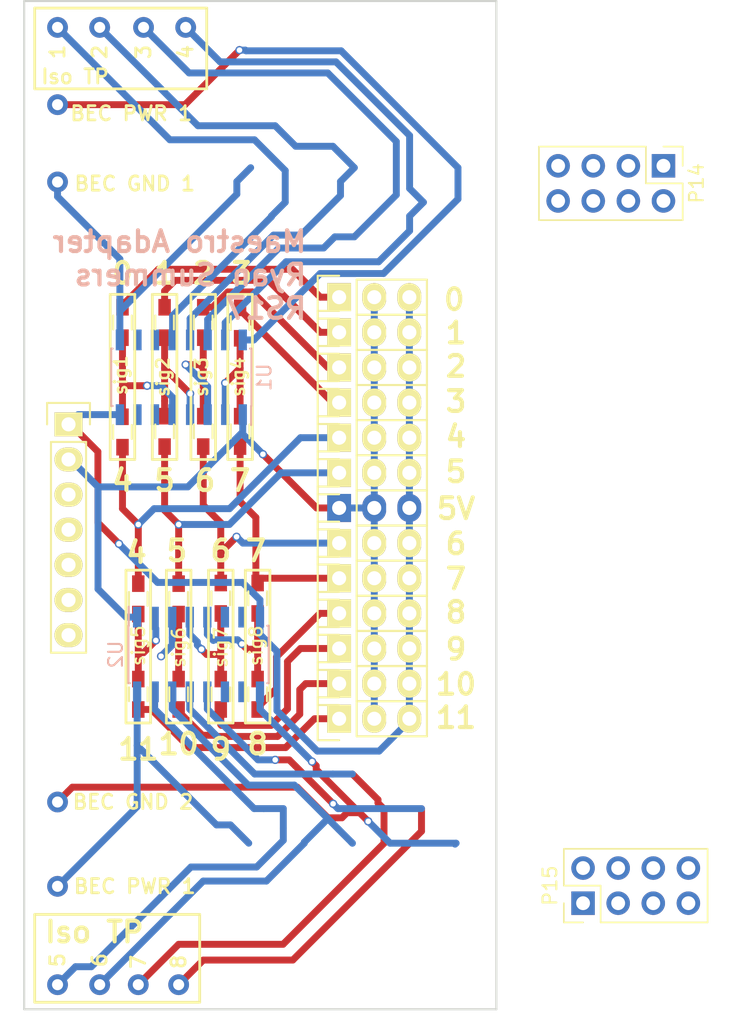
<source format=kicad_pcb>
(kicad_pcb (version 4) (host pcbnew 4.0.5-e0-6337~49~ubuntu16.04.1)

  (general
    (links 87)
    (no_connects 14)
    (area 150.292999 60.884999 184.606001 133.933001)
    (thickness 1.6)
    (drawings 97)
    (tracks 340)
    (zones 0)
    (modules 46)
    (nets 35)
  )

  (page A4)
  (layers
    (0 F.Cu signal)
    (31 B.Cu signal)
    (32 B.Adhes user)
    (33 F.Adhes user)
    (34 B.Paste user)
    (35 F.Paste user)
    (36 B.SilkS user)
    (37 F.SilkS user)
    (38 B.Mask user)
    (39 F.Mask user)
    (40 Dwgs.User user)
    (41 Cmts.User user)
    (42 Eco1.User user)
    (43 Eco2.User user)
    (44 Edge.Cuts user)
    (45 Margin user)
    (46 B.CrtYd user)
    (47 F.CrtYd user)
    (48 B.Fab user)
    (49 F.Fab user)
  )

  (setup
    (last_trace_width 0.5)
    (trace_clearance 0.3)
    (zone_clearance 0.508)
    (zone_45_only no)
    (trace_min 0.1524)
    (segment_width 0.2)
    (edge_width 0.15)
    (via_size 0.6)
    (via_drill 0.4)
    (via_min_size 0.4)
    (via_min_drill 0.3)
    (uvia_size 0.3)
    (uvia_drill 0.1)
    (uvias_allowed no)
    (uvia_min_size 0.2)
    (uvia_min_drill 0.1)
    (pcb_text_width 0.3)
    (pcb_text_size 1.5 1.5)
    (mod_edge_width 0.15)
    (mod_text_size 1 1)
    (mod_text_width 0.15)
    (pad_size 2.032 2.032)
    (pad_drill 1.016)
    (pad_to_mask_clearance 0)
    (aux_axis_origin 0 0)
    (visible_elements FFFEFF7F)
    (pcbplotparams
      (layerselection 0x00030_80000001)
      (usegerberextensions false)
      (excludeedgelayer true)
      (linewidth 0.100000)
      (plotframeref false)
      (viasonmask false)
      (mode 1)
      (useauxorigin false)
      (hpglpennumber 1)
      (hpglpenspeed 20)
      (hpglpendiameter 15)
      (hpglpenoverlay 2)
      (psnegative false)
      (psa4output false)
      (plotreference true)
      (plotvalue true)
      (plotinvisibletext false)
      (padsonsilk false)
      (subtractmaskfromsilk false)
      (outputformat 1)
      (mirror false)
      (drillshape 1)
      (scaleselection 1)
      (outputdirectory ""))
  )

  (net 0 "")
  (net 1 /sig4)
  (net 2 GND)
  (net 3 /sig2)
  (net 4 /sig1)
  (net 5 /sig3)
  (net 6 /sig8)
  (net 7 /sig6)
  (net 8 /sig5)
  (net 9 /sig7)
  (net 10 +5V)
  (net 11 /sig3_isolated)
  (net 12 /bec_esc_1)
  (net 13 /sig4_isolated)
  (net 14 /sig2_isolated)
  (net 15 /sig1_isolated)
  (net 16 /bec_gnd_1)
  (net 17 /sig7_isolated)
  (net 18 /bec_esc_2)
  (net 19 /sig8_isolated)
  (net 20 /sig6_isolated)
  (net 21 /sig5_isolated)
  (net 22 /bec_gnd_2)
  (net 23 /t1)
  (net 24 /t2)
  (net 25 /t3)
  (net 26 /t4)
  (net 27 /sig1_in)
  (net 28 /sig2_in)
  (net 29 /sig3_in)
  (net 30 /sig4_in)
  (net 31 /sig5_in)
  (net 32 /sig6_in)
  (net 33 /sig7_in)
  (net 34 /sig8_in)

  (net_class Default "This is the default net class."
    (clearance 0.3)
    (trace_width 0.5)
    (via_dia 0.6)
    (via_drill 0.4)
    (uvia_dia 0.3)
    (uvia_drill 0.1)
    (add_net +5V)
    (add_net /bec_esc_1)
    (add_net /bec_esc_2)
    (add_net /bec_gnd_1)
    (add_net /bec_gnd_2)
    (add_net /sig1)
    (add_net /sig1_in)
    (add_net /sig1_isolated)
    (add_net /sig2)
    (add_net /sig2_in)
    (add_net /sig2_isolated)
    (add_net /sig3)
    (add_net /sig3_in)
    (add_net /sig3_isolated)
    (add_net /sig4)
    (add_net /sig4_in)
    (add_net /sig4_isolated)
    (add_net /sig5)
    (add_net /sig5_in)
    (add_net /sig5_isolated)
    (add_net /sig6)
    (add_net /sig6_in)
    (add_net /sig6_isolated)
    (add_net /sig7)
    (add_net /sig7_in)
    (add_net /sig7_isolated)
    (add_net /sig8)
    (add_net /sig8_in)
    (add_net /sig8_isolated)
    (add_net /t1)
    (add_net /t2)
    (add_net /t3)
    (add_net /t4)
    (add_net GND)
  )

  (module Pin_Headers:Pin_Header_Straight_1x07 (layer F.Cu) (tedit 58222436) (tstamp 58002AB8)
    (at 153.57602 91.567)
    (descr "Through hole pin header")
    (tags "pin header")
    (path /58001BA9)
    (fp_text reference P1 (at 0 -5.1) (layer F.SilkS) hide
      (effects (font (size 1 1) (thickness 0.15)))
    )
    (fp_text value CONN_01X07 (at 0 -3.1) (layer F.Fab)
      (effects (font (size 1 1) (thickness 0.15)))
    )
    (fp_line (start -1.75 -1.75) (end -1.75 17) (layer F.CrtYd) (width 0.05))
    (fp_line (start 1.75 -1.75) (end 1.75 17) (layer F.CrtYd) (width 0.05))
    (fp_line (start -1.75 -1.75) (end 1.75 -1.75) (layer F.CrtYd) (width 0.05))
    (fp_line (start -1.75 17) (end 1.75 17) (layer F.CrtYd) (width 0.05))
    (fp_line (start 1.27 1.27) (end 1.27 16.51) (layer F.SilkS) (width 0.15))
    (fp_line (start 1.27 16.51) (end -1.27 16.51) (layer F.SilkS) (width 0.15))
    (fp_line (start -1.27 16.51) (end -1.27 1.27) (layer F.SilkS) (width 0.15))
    (fp_line (start 1.55 -1.55) (end 1.55 0) (layer F.SilkS) (width 0.15))
    (fp_line (start 1.27 1.27) (end -1.27 1.27) (layer F.SilkS) (width 0.15))
    (fp_line (start -1.55 0) (end -1.55 -1.55) (layer F.SilkS) (width 0.15))
    (fp_line (start -1.55 -1.55) (end 1.55 -1.55) (layer F.SilkS) (width 0.15))
    (pad 1 thru_hole rect (at 0 0) (size 2.032 1.7272) (drill 1.016) (layers *.Cu *.Mask F.SilkS)
      (net 2 GND))
    (pad 2 thru_hole oval (at 0 2.54) (size 2.032 1.7272) (drill 1.016) (layers *.Cu *.Mask F.SilkS)
      (net 10 +5V))
    (pad 3 thru_hole oval (at 0 5.08) (size 2.032 1.7272) (drill 1.016) (layers *.Cu *.Mask F.SilkS))
    (pad 4 thru_hole oval (at 0 7.62) (size 2.032 1.7272) (drill 1.016) (layers *.Cu *.Mask F.SilkS))
    (pad 5 thru_hole oval (at 0 10.16) (size 2.032 1.7272) (drill 1.016) (layers *.Cu *.Mask F.SilkS))
    (pad 6 thru_hole oval (at 0 12.7) (size 2.032 1.7272) (drill 1.016) (layers *.Cu *.Mask F.SilkS))
    (pad 7 thru_hole oval (at 0 15.24) (size 2.032 1.7272) (drill 1.016) (layers *.Cu *.Mask F.SilkS))
    (model Pin_Headers.3dshapes/Pin_Header_Straight_1x07.wrl
      (at (xyz 0 -0.3 0))
      (scale (xyz 1 1 1))
      (rotate (xyz 0 0 90))
    )
  )

  (module Pin_Headers:Pin_Header_Straight_1x03 (layer F.Cu) (tedit 582223DF) (tstamp 58002ABF)
    (at 173.15602 92.532 90)
    (descr "Through hole pin header")
    (tags "pin header")
    (path /58001DBB)
    (fp_text reference P2 (at 0 -5.1 90) (layer F.SilkS) hide
      (effects (font (size 1 1) (thickness 0.15)))
    )
    (fp_text value CONN_01X03 (at 0 -3.1 90) (layer F.Fab)
      (effects (font (size 1 1) (thickness 0.15)))
    )
    (fp_line (start -1.75 -1.75) (end -1.75 6.85) (layer F.CrtYd) (width 0.05))
    (fp_line (start 1.75 -1.75) (end 1.75 6.85) (layer F.CrtYd) (width 0.05))
    (fp_line (start -1.75 -1.75) (end 1.75 -1.75) (layer F.CrtYd) (width 0.05))
    (fp_line (start -1.75 6.85) (end 1.75 6.85) (layer F.CrtYd) (width 0.05))
    (fp_line (start -1.27 1.27) (end -1.27 6.35) (layer F.SilkS) (width 0.15))
    (fp_line (start -1.27 6.35) (end 1.27 6.35) (layer F.SilkS) (width 0.15))
    (fp_line (start 1.27 6.35) (end 1.27 1.27) (layer F.SilkS) (width 0.15))
    (fp_line (start 1.55 -1.55) (end 1.55 0) (layer F.SilkS) (width 0.15))
    (fp_line (start 1.27 1.27) (end -1.27 1.27) (layer F.SilkS) (width 0.15))
    (fp_line (start -1.55 0) (end -1.55 -1.55) (layer F.SilkS) (width 0.15))
    (fp_line (start -1.55 -1.55) (end 1.55 -1.55) (layer F.SilkS) (width 0.15))
    (pad 1 thru_hole rect (at 0 0 90) (size 2.032 1.7272) (drill 1.016) (layers *.Cu *.Mask F.SilkS)
      (net 23 /t1))
    (pad 2 thru_hole oval (at 0 2.54 90) (size 2.032 1.7272) (drill 1.016) (layers *.Cu *.Mask F.SilkS)
      (net 10 +5V))
    (pad 3 thru_hole oval (at 0 5.08 90) (size 2.032 1.7272) (drill 1.016) (layers *.Cu *.Mask F.SilkS)
      (net 2 GND))
    (model Pin_Headers.3dshapes/Pin_Header_Straight_1x03.wrl
      (at (xyz 0 -0.1 0))
      (scale (xyz 1 1 1))
      (rotate (xyz 0 0 90))
    )
  )

  (module Pin_Headers:Pin_Header_Straight_1x03 (layer F.Cu) (tedit 582223DD) (tstamp 58002AC6)
    (at 173.15602 95.072 90)
    (descr "Through hole pin header")
    (tags "pin header")
    (path /58001E5E)
    (fp_text reference P3 (at 0 -5.1 90) (layer F.SilkS) hide
      (effects (font (size 1 1) (thickness 0.15)))
    )
    (fp_text value CONN_01X03 (at 0 -3.1 90) (layer F.Fab)
      (effects (font (size 1 1) (thickness 0.15)))
    )
    (fp_line (start -1.75 -1.75) (end -1.75 6.85) (layer F.CrtYd) (width 0.05))
    (fp_line (start 1.75 -1.75) (end 1.75 6.85) (layer F.CrtYd) (width 0.05))
    (fp_line (start -1.75 -1.75) (end 1.75 -1.75) (layer F.CrtYd) (width 0.05))
    (fp_line (start -1.75 6.85) (end 1.75 6.85) (layer F.CrtYd) (width 0.05))
    (fp_line (start -1.27 1.27) (end -1.27 6.35) (layer F.SilkS) (width 0.15))
    (fp_line (start -1.27 6.35) (end 1.27 6.35) (layer F.SilkS) (width 0.15))
    (fp_line (start 1.27 6.35) (end 1.27 1.27) (layer F.SilkS) (width 0.15))
    (fp_line (start 1.55 -1.55) (end 1.55 0) (layer F.SilkS) (width 0.15))
    (fp_line (start 1.27 1.27) (end -1.27 1.27) (layer F.SilkS) (width 0.15))
    (fp_line (start -1.55 0) (end -1.55 -1.55) (layer F.SilkS) (width 0.15))
    (fp_line (start -1.55 -1.55) (end 1.55 -1.55) (layer F.SilkS) (width 0.15))
    (pad 1 thru_hole rect (at 0 0 90) (size 2.032 1.7272) (drill 1.016) (layers *.Cu *.Mask F.SilkS)
      (net 24 /t2))
    (pad 2 thru_hole oval (at 0 2.54 90) (size 2.032 1.7272) (drill 1.016) (layers *.Cu *.Mask F.SilkS)
      (net 10 +5V))
    (pad 3 thru_hole oval (at 0 5.08 90) (size 2.032 1.7272) (drill 1.016) (layers *.Cu *.Mask F.SilkS)
      (net 2 GND))
    (model Pin_Headers.3dshapes/Pin_Header_Straight_1x03.wrl
      (at (xyz 0 -0.1 0))
      (scale (xyz 1 1 1))
      (rotate (xyz 0 0 90))
    )
  )

  (module Pin_Headers:Pin_Header_Straight_1x03 (layer F.Cu) (tedit 582223DA) (tstamp 58002ACD)
    (at 173.15602 100.152 90)
    (descr "Through hole pin header")
    (tags "pin header")
    (path /58001EBB)
    (fp_text reference P4 (at 0 -5.1 90) (layer F.SilkS) hide
      (effects (font (size 1 1) (thickness 0.15)))
    )
    (fp_text value CONN_01X03 (at 0 -3.1 90) (layer F.Fab)
      (effects (font (size 1 1) (thickness 0.15)))
    )
    (fp_line (start -1.75 -1.75) (end -1.75 6.85) (layer F.CrtYd) (width 0.05))
    (fp_line (start 1.75 -1.75) (end 1.75 6.85) (layer F.CrtYd) (width 0.05))
    (fp_line (start -1.75 -1.75) (end 1.75 -1.75) (layer F.CrtYd) (width 0.05))
    (fp_line (start -1.75 6.85) (end 1.75 6.85) (layer F.CrtYd) (width 0.05))
    (fp_line (start -1.27 1.27) (end -1.27 6.35) (layer F.SilkS) (width 0.15))
    (fp_line (start -1.27 6.35) (end 1.27 6.35) (layer F.SilkS) (width 0.15))
    (fp_line (start 1.27 6.35) (end 1.27 1.27) (layer F.SilkS) (width 0.15))
    (fp_line (start 1.55 -1.55) (end 1.55 0) (layer F.SilkS) (width 0.15))
    (fp_line (start 1.27 1.27) (end -1.27 1.27) (layer F.SilkS) (width 0.15))
    (fp_line (start -1.55 0) (end -1.55 -1.55) (layer F.SilkS) (width 0.15))
    (fp_line (start -1.55 -1.55) (end 1.55 -1.55) (layer F.SilkS) (width 0.15))
    (pad 1 thru_hole rect (at 0 0 90) (size 2.032 1.7272) (drill 1.016) (layers *.Cu *.Mask F.SilkS)
      (net 25 /t3))
    (pad 2 thru_hole oval (at 0 2.54 90) (size 2.032 1.7272) (drill 1.016) (layers *.Cu *.Mask F.SilkS)
      (net 10 +5V))
    (pad 3 thru_hole oval (at 0 5.08 90) (size 2.032 1.7272) (drill 1.016) (layers *.Cu *.Mask F.SilkS)
      (net 2 GND))
    (model Pin_Headers.3dshapes/Pin_Header_Straight_1x03.wrl
      (at (xyz 0 -0.1 0))
      (scale (xyz 1 1 1))
      (rotate (xyz 0 0 90))
    )
  )

  (module Pin_Headers:Pin_Header_Straight_1x03 (layer F.Cu) (tedit 582223F7) (tstamp 58002AD4)
    (at 173.15602 107.772 90)
    (descr "Through hole pin header")
    (tags "pin header")
    (path /58001F26)
    (fp_text reference P5 (at 0 -5.1 90) (layer F.SilkS) hide
      (effects (font (size 1 1) (thickness 0.15)))
    )
    (fp_text value CONN_01X03 (at 0 -3.1 90) (layer F.Fab)
      (effects (font (size 1 1) (thickness 0.15)))
    )
    (fp_line (start -1.75 -1.75) (end -1.75 6.85) (layer F.CrtYd) (width 0.05))
    (fp_line (start 1.75 -1.75) (end 1.75 6.85) (layer F.CrtYd) (width 0.05))
    (fp_line (start -1.75 -1.75) (end 1.75 -1.75) (layer F.CrtYd) (width 0.05))
    (fp_line (start -1.75 6.85) (end 1.75 6.85) (layer F.CrtYd) (width 0.05))
    (fp_line (start -1.27 1.27) (end -1.27 6.35) (layer F.SilkS) (width 0.15))
    (fp_line (start -1.27 6.35) (end 1.27 6.35) (layer F.SilkS) (width 0.15))
    (fp_line (start 1.27 6.35) (end 1.27 1.27) (layer F.SilkS) (width 0.15))
    (fp_line (start 1.55 -1.55) (end 1.55 0) (layer F.SilkS) (width 0.15))
    (fp_line (start 1.27 1.27) (end -1.27 1.27) (layer F.SilkS) (width 0.15))
    (fp_line (start -1.55 0) (end -1.55 -1.55) (layer F.SilkS) (width 0.15))
    (fp_line (start -1.55 -1.55) (end 1.55 -1.55) (layer F.SilkS) (width 0.15))
    (pad 1 thru_hole rect (at 0 0 90) (size 2.032 1.7272) (drill 1.016) (layers *.Cu *.Mask F.SilkS)
      (net 9 /sig7))
    (pad 2 thru_hole oval (at 0 2.54 90) (size 2.032 1.7272) (drill 1.016) (layers *.Cu *.Mask F.SilkS)
      (net 10 +5V))
    (pad 3 thru_hole oval (at 0 5.08 90) (size 2.032 1.7272) (drill 1.016) (layers *.Cu *.Mask F.SilkS)
      (net 2 GND))
    (model Pin_Headers.3dshapes/Pin_Header_Straight_1x03.wrl
      (at (xyz 0 -0.1 0))
      (scale (xyz 1 1 1))
      (rotate (xyz 0 0 90))
    )
  )

  (module Pin_Headers:Pin_Header_Straight_1x03 (layer F.Cu) (tedit 582223F5) (tstamp 58002ADB)
    (at 173.15602 105.232 90)
    (descr "Through hole pin header")
    (tags "pin header")
    (path /58001F99)
    (fp_text reference P6 (at 0 -5.1 90) (layer F.SilkS) hide
      (effects (font (size 1 1) (thickness 0.15)))
    )
    (fp_text value CONN_01X03 (at 0 -3.1 90) (layer F.Fab)
      (effects (font (size 1 1) (thickness 0.15)))
    )
    (fp_line (start -1.75 -1.75) (end -1.75 6.85) (layer F.CrtYd) (width 0.05))
    (fp_line (start 1.75 -1.75) (end 1.75 6.85) (layer F.CrtYd) (width 0.05))
    (fp_line (start -1.75 -1.75) (end 1.75 -1.75) (layer F.CrtYd) (width 0.05))
    (fp_line (start -1.75 6.85) (end 1.75 6.85) (layer F.CrtYd) (width 0.05))
    (fp_line (start -1.27 1.27) (end -1.27 6.35) (layer F.SilkS) (width 0.15))
    (fp_line (start -1.27 6.35) (end 1.27 6.35) (layer F.SilkS) (width 0.15))
    (fp_line (start 1.27 6.35) (end 1.27 1.27) (layer F.SilkS) (width 0.15))
    (fp_line (start 1.55 -1.55) (end 1.55 0) (layer F.SilkS) (width 0.15))
    (fp_line (start 1.27 1.27) (end -1.27 1.27) (layer F.SilkS) (width 0.15))
    (fp_line (start -1.55 0) (end -1.55 -1.55) (layer F.SilkS) (width 0.15))
    (fp_line (start -1.55 -1.55) (end 1.55 -1.55) (layer F.SilkS) (width 0.15))
    (pad 1 thru_hole rect (at 0 0 90) (size 2.032 1.7272) (drill 1.016) (layers *.Cu *.Mask F.SilkS)
      (net 6 /sig8))
    (pad 2 thru_hole oval (at 0 2.54 90) (size 2.032 1.7272) (drill 1.016) (layers *.Cu *.Mask F.SilkS)
      (net 10 +5V))
    (pad 3 thru_hole oval (at 0 5.08 90) (size 2.032 1.7272) (drill 1.016) (layers *.Cu *.Mask F.SilkS)
      (net 2 GND))
    (model Pin_Headers.3dshapes/Pin_Header_Straight_1x03.wrl
      (at (xyz 0 -0.1 0))
      (scale (xyz 1 1 1))
      (rotate (xyz 0 0 90))
    )
  )

  (module Pin_Headers:Pin_Header_Straight_1x03 (layer F.Cu) (tedit 582223E9) (tstamp 58002AE2)
    (at 173.15602 84.912 90)
    (descr "Through hole pin header")
    (tags "pin header")
    (path /58002086)
    (fp_text reference P7 (at 0 -5.1 90) (layer F.SilkS) hide
      (effects (font (size 1 1) (thickness 0.15)))
    )
    (fp_text value CONN_01X03 (at 0 -3.1 90) (layer F.Fab)
      (effects (font (size 1 1) (thickness 0.15)))
    )
    (fp_line (start -1.75 -1.75) (end -1.75 6.85) (layer F.CrtYd) (width 0.05))
    (fp_line (start 1.75 -1.75) (end 1.75 6.85) (layer F.CrtYd) (width 0.05))
    (fp_line (start -1.75 -1.75) (end 1.75 -1.75) (layer F.CrtYd) (width 0.05))
    (fp_line (start -1.75 6.85) (end 1.75 6.85) (layer F.CrtYd) (width 0.05))
    (fp_line (start -1.27 1.27) (end -1.27 6.35) (layer F.SilkS) (width 0.15))
    (fp_line (start -1.27 6.35) (end 1.27 6.35) (layer F.SilkS) (width 0.15))
    (fp_line (start 1.27 6.35) (end 1.27 1.27) (layer F.SilkS) (width 0.15))
    (fp_line (start 1.55 -1.55) (end 1.55 0) (layer F.SilkS) (width 0.15))
    (fp_line (start 1.27 1.27) (end -1.27 1.27) (layer F.SilkS) (width 0.15))
    (fp_line (start -1.55 0) (end -1.55 -1.55) (layer F.SilkS) (width 0.15))
    (fp_line (start -1.55 -1.55) (end 1.55 -1.55) (layer F.SilkS) (width 0.15))
    (pad 1 thru_hole rect (at 0 0 90) (size 2.032 1.7272) (drill 1.016) (layers *.Cu *.Mask F.SilkS)
      (net 3 /sig2))
    (pad 2 thru_hole oval (at 0 2.54 90) (size 2.032 1.7272) (drill 1.016) (layers *.Cu *.Mask F.SilkS)
      (net 10 +5V))
    (pad 3 thru_hole oval (at 0 5.08 90) (size 2.032 1.7272) (drill 1.016) (layers *.Cu *.Mask F.SilkS)
      (net 2 GND))
    (model Pin_Headers.3dshapes/Pin_Header_Straight_1x03.wrl
      (at (xyz 0 -0.1 0))
      (scale (xyz 1 1 1))
      (rotate (xyz 0 0 90))
    )
  )

  (module Pin_Headers:Pin_Header_Straight_1x03 (layer F.Cu) (tedit 582223ED) (tstamp 58002AE9)
    (at 173.15602 82.372 90)
    (descr "Through hole pin header")
    (tags "pin header")
    (path /58002413)
    (fp_text reference P8 (at 0 -5.1 90) (layer F.SilkS) hide
      (effects (font (size 1 1) (thickness 0.15)))
    )
    (fp_text value CONN_01X03 (at 0 -3.1 90) (layer F.Fab)
      (effects (font (size 1 1) (thickness 0.15)))
    )
    (fp_line (start -1.75 -1.75) (end -1.75 6.85) (layer F.CrtYd) (width 0.05))
    (fp_line (start 1.75 -1.75) (end 1.75 6.85) (layer F.CrtYd) (width 0.05))
    (fp_line (start -1.75 -1.75) (end 1.75 -1.75) (layer F.CrtYd) (width 0.05))
    (fp_line (start -1.75 6.85) (end 1.75 6.85) (layer F.CrtYd) (width 0.05))
    (fp_line (start -1.27 1.27) (end -1.27 6.35) (layer F.SilkS) (width 0.15))
    (fp_line (start -1.27 6.35) (end 1.27 6.35) (layer F.SilkS) (width 0.15))
    (fp_line (start 1.27 6.35) (end 1.27 1.27) (layer F.SilkS) (width 0.15))
    (fp_line (start 1.55 -1.55) (end 1.55 0) (layer F.SilkS) (width 0.15))
    (fp_line (start 1.27 1.27) (end -1.27 1.27) (layer F.SilkS) (width 0.15))
    (fp_line (start -1.55 0) (end -1.55 -1.55) (layer F.SilkS) (width 0.15))
    (fp_line (start -1.55 -1.55) (end 1.55 -1.55) (layer F.SilkS) (width 0.15))
    (pad 1 thru_hole rect (at 0 0 90) (size 2.032 1.7272) (drill 1.016) (layers *.Cu *.Mask F.SilkS)
      (net 4 /sig1))
    (pad 2 thru_hole oval (at 0 2.54 90) (size 2.032 1.7272) (drill 1.016) (layers *.Cu *.Mask F.SilkS)
      (net 10 +5V))
    (pad 3 thru_hole oval (at 0 5.08 90) (size 2.032 1.7272) (drill 1.016) (layers *.Cu *.Mask F.SilkS)
      (net 2 GND))
    (model Pin_Headers.3dshapes/Pin_Header_Straight_1x03.wrl
      (at (xyz 0 -0.1 0))
      (scale (xyz 1 1 1))
      (rotate (xyz 0 0 90))
    )
  )

  (module Pin_Headers:Pin_Header_Straight_1x03 (layer F.Cu) (tedit 582223F1) (tstamp 58002AF0)
    (at 173.15602 102.692 90)
    (descr "Through hole pin header")
    (tags "pin header")
    (path /58002419)
    (fp_text reference P9 (at 0 -5.1 90) (layer F.SilkS) hide
      (effects (font (size 1 1) (thickness 0.15)))
    )
    (fp_text value CONN_01X03 (at 0 -3.1 90) (layer F.Fab)
      (effects (font (size 1 1) (thickness 0.15)))
    )
    (fp_line (start -1.75 -1.75) (end -1.75 6.85) (layer F.CrtYd) (width 0.05))
    (fp_line (start 1.75 -1.75) (end 1.75 6.85) (layer F.CrtYd) (width 0.05))
    (fp_line (start -1.75 -1.75) (end 1.75 -1.75) (layer F.CrtYd) (width 0.05))
    (fp_line (start -1.75 6.85) (end 1.75 6.85) (layer F.CrtYd) (width 0.05))
    (fp_line (start -1.27 1.27) (end -1.27 6.35) (layer F.SilkS) (width 0.15))
    (fp_line (start -1.27 6.35) (end 1.27 6.35) (layer F.SilkS) (width 0.15))
    (fp_line (start 1.27 6.35) (end 1.27 1.27) (layer F.SilkS) (width 0.15))
    (fp_line (start 1.55 -1.55) (end 1.55 0) (layer F.SilkS) (width 0.15))
    (fp_line (start 1.27 1.27) (end -1.27 1.27) (layer F.SilkS) (width 0.15))
    (fp_line (start -1.55 0) (end -1.55 -1.55) (layer F.SilkS) (width 0.15))
    (fp_line (start -1.55 -1.55) (end 1.55 -1.55) (layer F.SilkS) (width 0.15))
    (pad 1 thru_hole rect (at 0 0 90) (size 2.032 1.7272) (drill 1.016) (layers *.Cu *.Mask F.SilkS)
      (net 26 /t4))
    (pad 2 thru_hole oval (at 0 2.54 90) (size 2.032 1.7272) (drill 1.016) (layers *.Cu *.Mask F.SilkS)
      (net 10 +5V))
    (pad 3 thru_hole oval (at 0 5.08 90) (size 2.032 1.7272) (drill 1.016) (layers *.Cu *.Mask F.SilkS)
      (net 2 GND))
    (model Pin_Headers.3dshapes/Pin_Header_Straight_1x03.wrl
      (at (xyz 0 -0.1 0))
      (scale (xyz 1 1 1))
      (rotate (xyz 0 0 90))
    )
  )

  (module Pin_Headers:Pin_Header_Straight_1x03 (layer F.Cu) (tedit 582223E6) (tstamp 58002AF7)
    (at 173.15602 87.452 90)
    (descr "Through hole pin header")
    (tags "pin header")
    (path /5800241F)
    (fp_text reference P10 (at 0 -5.1 90) (layer F.SilkS) hide
      (effects (font (size 1 1) (thickness 0.15)))
    )
    (fp_text value CONN_01X03 (at 0 -3.1 90) (layer F.Fab)
      (effects (font (size 1 1) (thickness 0.15)))
    )
    (fp_line (start -1.75 -1.75) (end -1.75 6.85) (layer F.CrtYd) (width 0.05))
    (fp_line (start 1.75 -1.75) (end 1.75 6.85) (layer F.CrtYd) (width 0.05))
    (fp_line (start -1.75 -1.75) (end 1.75 -1.75) (layer F.CrtYd) (width 0.05))
    (fp_line (start -1.75 6.85) (end 1.75 6.85) (layer F.CrtYd) (width 0.05))
    (fp_line (start -1.27 1.27) (end -1.27 6.35) (layer F.SilkS) (width 0.15))
    (fp_line (start -1.27 6.35) (end 1.27 6.35) (layer F.SilkS) (width 0.15))
    (fp_line (start 1.27 6.35) (end 1.27 1.27) (layer F.SilkS) (width 0.15))
    (fp_line (start 1.55 -1.55) (end 1.55 0) (layer F.SilkS) (width 0.15))
    (fp_line (start 1.27 1.27) (end -1.27 1.27) (layer F.SilkS) (width 0.15))
    (fp_line (start -1.55 0) (end -1.55 -1.55) (layer F.SilkS) (width 0.15))
    (fp_line (start -1.55 -1.55) (end 1.55 -1.55) (layer F.SilkS) (width 0.15))
    (pad 1 thru_hole rect (at 0 0 90) (size 2.032 1.7272) (drill 1.016) (layers *.Cu *.Mask F.SilkS)
      (net 5 /sig3))
    (pad 2 thru_hole oval (at 0 2.54 90) (size 2.032 1.7272) (drill 1.016) (layers *.Cu *.Mask F.SilkS)
      (net 10 +5V))
    (pad 3 thru_hole oval (at 0 5.08 90) (size 2.032 1.7272) (drill 1.016) (layers *.Cu *.Mask F.SilkS)
      (net 2 GND))
    (model Pin_Headers.3dshapes/Pin_Header_Straight_1x03.wrl
      (at (xyz 0 -0.1 0))
      (scale (xyz 1 1 1))
      (rotate (xyz 0 0 90))
    )
  )

  (module Pin_Headers:Pin_Header_Straight_1x03 (layer F.Cu) (tedit 582223E2) (tstamp 58002AFE)
    (at 173.15602 89.992 90)
    (descr "Through hole pin header")
    (tags "pin header")
    (path /58001BF6)
    (fp_text reference P11 (at 0 -5.1 90) (layer F.SilkS) hide
      (effects (font (size 1 1) (thickness 0.15)))
    )
    (fp_text value CONN_01X03 (at 0 -3.1 90) (layer F.Fab)
      (effects (font (size 1 1) (thickness 0.15)))
    )
    (fp_line (start -1.75 -1.75) (end -1.75 6.85) (layer F.CrtYd) (width 0.05))
    (fp_line (start 1.75 -1.75) (end 1.75 6.85) (layer F.CrtYd) (width 0.05))
    (fp_line (start -1.75 -1.75) (end 1.75 -1.75) (layer F.CrtYd) (width 0.05))
    (fp_line (start -1.75 6.85) (end 1.75 6.85) (layer F.CrtYd) (width 0.05))
    (fp_line (start -1.27 1.27) (end -1.27 6.35) (layer F.SilkS) (width 0.15))
    (fp_line (start -1.27 6.35) (end 1.27 6.35) (layer F.SilkS) (width 0.15))
    (fp_line (start 1.27 6.35) (end 1.27 1.27) (layer F.SilkS) (width 0.15))
    (fp_line (start 1.55 -1.55) (end 1.55 0) (layer F.SilkS) (width 0.15))
    (fp_line (start 1.27 1.27) (end -1.27 1.27) (layer F.SilkS) (width 0.15))
    (fp_line (start -1.55 0) (end -1.55 -1.55) (layer F.SilkS) (width 0.15))
    (fp_line (start -1.55 -1.55) (end 1.55 -1.55) (layer F.SilkS) (width 0.15))
    (pad 1 thru_hole rect (at 0 0 90) (size 2.032 1.7272) (drill 1.016) (layers *.Cu *.Mask F.SilkS)
      (net 1 /sig4))
    (pad 2 thru_hole oval (at 0 2.54 90) (size 2.032 1.7272) (drill 1.016) (layers *.Cu *.Mask F.SilkS)
      (net 10 +5V))
    (pad 3 thru_hole oval (at 0 5.08 90) (size 2.032 1.7272) (drill 1.016) (layers *.Cu *.Mask F.SilkS)
      (net 2 GND))
    (model Pin_Headers.3dshapes/Pin_Header_Straight_1x03.wrl
      (at (xyz 0 -0.1 0))
      (scale (xyz 1 1 1))
      (rotate (xyz 0 0 90))
    )
  )

  (module Pin_Headers:Pin_Header_Straight_1x03 (layer F.Cu) (tedit 582223FD) (tstamp 58002B05)
    (at 173.15602 112.852 90)
    (descr "Through hole pin header")
    (tags "pin header")
    (path /58001D19)
    (fp_text reference P12 (at 0 -5.1 90) (layer F.SilkS) hide
      (effects (font (size 1 1) (thickness 0.15)))
    )
    (fp_text value CONN_01X03 (at 0 -3.1 90) (layer F.Fab)
      (effects (font (size 1 1) (thickness 0.15)))
    )
    (fp_line (start -1.75 -1.75) (end -1.75 6.85) (layer F.CrtYd) (width 0.05))
    (fp_line (start 1.75 -1.75) (end 1.75 6.85) (layer F.CrtYd) (width 0.05))
    (fp_line (start -1.75 -1.75) (end 1.75 -1.75) (layer F.CrtYd) (width 0.05))
    (fp_line (start -1.75 6.85) (end 1.75 6.85) (layer F.CrtYd) (width 0.05))
    (fp_line (start -1.27 1.27) (end -1.27 6.35) (layer F.SilkS) (width 0.15))
    (fp_line (start -1.27 6.35) (end 1.27 6.35) (layer F.SilkS) (width 0.15))
    (fp_line (start 1.27 6.35) (end 1.27 1.27) (layer F.SilkS) (width 0.15))
    (fp_line (start 1.55 -1.55) (end 1.55 0) (layer F.SilkS) (width 0.15))
    (fp_line (start 1.27 1.27) (end -1.27 1.27) (layer F.SilkS) (width 0.15))
    (fp_line (start -1.55 0) (end -1.55 -1.55) (layer F.SilkS) (width 0.15))
    (fp_line (start -1.55 -1.55) (end 1.55 -1.55) (layer F.SilkS) (width 0.15))
    (pad 1 thru_hole rect (at 0 0 90) (size 2.032 1.7272) (drill 1.016) (layers *.Cu *.Mask F.SilkS)
      (net 8 /sig5))
    (pad 2 thru_hole oval (at 0 2.54 90) (size 2.032 1.7272) (drill 1.016) (layers *.Cu *.Mask F.SilkS)
      (net 10 +5V))
    (pad 3 thru_hole oval (at 0 5.08 90) (size 2.032 1.7272) (drill 1.016) (layers *.Cu *.Mask F.SilkS)
      (net 2 GND))
    (model Pin_Headers.3dshapes/Pin_Header_Straight_1x03.wrl
      (at (xyz 0 -0.1 0))
      (scale (xyz 1 1 1))
      (rotate (xyz 0 0 90))
    )
  )

  (module Pin_Headers:Pin_Header_Straight_1x03 (layer F.Cu) (tedit 5822240B) (tstamp 58002B0C)
    (at 173.15602 110.312 90)
    (descr "Through hole pin header")
    (tags "pin header")
    (path /58001D6A)
    (fp_text reference P13 (at 0 -5.1 90) (layer F.SilkS) hide
      (effects (font (size 1 1) (thickness 0.15)))
    )
    (fp_text value CONN_01X03 (at 0 -3.1 90) (layer F.Fab)
      (effects (font (size 1 1) (thickness 0.15)))
    )
    (fp_line (start -1.75 -1.75) (end -1.75 6.85) (layer F.CrtYd) (width 0.05))
    (fp_line (start 1.75 -1.75) (end 1.75 6.85) (layer F.CrtYd) (width 0.05))
    (fp_line (start -1.75 -1.75) (end 1.75 -1.75) (layer F.CrtYd) (width 0.05))
    (fp_line (start -1.75 6.85) (end 1.75 6.85) (layer F.CrtYd) (width 0.05))
    (fp_line (start -1.27 1.27) (end -1.27 6.35) (layer F.SilkS) (width 0.15))
    (fp_line (start -1.27 6.35) (end 1.27 6.35) (layer F.SilkS) (width 0.15))
    (fp_line (start 1.27 6.35) (end 1.27 1.27) (layer F.SilkS) (width 0.15))
    (fp_line (start 1.55 -1.55) (end 1.55 0) (layer F.SilkS) (width 0.15))
    (fp_line (start 1.27 1.27) (end -1.27 1.27) (layer F.SilkS) (width 0.15))
    (fp_line (start -1.55 0) (end -1.55 -1.55) (layer F.SilkS) (width 0.15))
    (fp_line (start -1.55 -1.55) (end 1.55 -1.55) (layer F.SilkS) (width 0.15))
    (pad 1 thru_hole rect (at 0 0 90) (size 2.032 1.7272) (drill 1.016) (layers *.Cu *.Mask F.SilkS)
      (net 7 /sig6))
    (pad 2 thru_hole oval (at 0 2.54 90) (size 2.032 1.7272) (drill 1.016) (layers *.Cu *.Mask F.SilkS)
      (net 10 +5V))
    (pad 3 thru_hole oval (at 0 5.08 90) (size 2.032 1.7272) (drill 1.016) (layers *.Cu *.Mask F.SilkS)
      (net 2 GND))
    (model Pin_Headers.3dshapes/Pin_Header_Straight_1x03.wrl
      (at (xyz 0 -0.1 0))
      (scale (xyz 1 1 1))
      (rotate (xyz 0 0 90))
    )
  )

  (module Housings_SOIC:SOIC-16_3.9x9.9mm_Pitch1.27mm (layer B.Cu) (tedit 574D979F) (tstamp 580040A7)
    (at 161.73704 88.1634 90)
    (descr "16-Lead Plastic Small Outline (SL) - Narrow, 3.90 mm Body [SOIC] (see Microchip Packaging Specification 00000049BS.pdf)")
    (tags "SOIC 1.27")
    (path /5800B776)
    (attr smd)
    (fp_text reference U1 (at 0 6 90) (layer B.SilkS)
      (effects (font (size 1 1) (thickness 0.15)) (justify mirror))
    )
    (fp_text value Si866x (at 0 -6 90) (layer B.Fab)
      (effects (font (size 1 1) (thickness 0.15)) (justify mirror))
    )
    (fp_line (start -0.95 4.95) (end 1.95 4.95) (layer B.Fab) (width 0.15))
    (fp_line (start 1.95 4.95) (end 1.95 -4.95) (layer B.Fab) (width 0.15))
    (fp_line (start 1.95 -4.95) (end -1.95 -4.95) (layer B.Fab) (width 0.15))
    (fp_line (start -1.95 -4.95) (end -1.95 3.95) (layer B.Fab) (width 0.15))
    (fp_line (start -1.95 3.95) (end -0.95 4.95) (layer B.Fab) (width 0.15))
    (fp_line (start -3.7 5.25) (end -3.7 -5.25) (layer B.CrtYd) (width 0.05))
    (fp_line (start 3.7 5.25) (end 3.7 -5.25) (layer B.CrtYd) (width 0.05))
    (fp_line (start -3.7 5.25) (end 3.7 5.25) (layer B.CrtYd) (width 0.05))
    (fp_line (start -3.7 -5.25) (end 3.7 -5.25) (layer B.CrtYd) (width 0.05))
    (fp_line (start -2.075 5.075) (end -2.075 5.05) (layer B.SilkS) (width 0.15))
    (fp_line (start 2.075 5.075) (end 2.075 4.97) (layer B.SilkS) (width 0.15))
    (fp_line (start 2.075 -5.075) (end 2.075 -4.97) (layer B.SilkS) (width 0.15))
    (fp_line (start -2.075 -5.075) (end -2.075 -4.97) (layer B.SilkS) (width 0.15))
    (fp_line (start -2.075 5.075) (end 2.075 5.075) (layer B.SilkS) (width 0.15))
    (fp_line (start -2.075 -5.075) (end 2.075 -5.075) (layer B.SilkS) (width 0.15))
    (fp_line (start -2.075 5.05) (end -3.45 5.05) (layer B.SilkS) (width 0.15))
    (pad 1 smd rect (at -2.7 4.445 90) (size 1.5 0.6) (layers B.Cu B.Paste B.Mask)
      (net 10 +5V))
    (pad 2 smd rect (at -2.7 3.175 90) (size 1.5 0.6) (layers B.Cu B.Paste B.Mask)
      (net 30 /sig4_in))
    (pad 3 smd rect (at -2.7 1.905 90) (size 1.5 0.6) (layers B.Cu B.Paste B.Mask)
      (net 29 /sig3_in))
    (pad 4 smd rect (at -2.7 0.635 90) (size 1.5 0.6) (layers B.Cu B.Paste B.Mask)
      (net 28 /sig2_in))
    (pad 5 smd rect (at -2.7 -0.635 90) (size 1.5 0.6) (layers B.Cu B.Paste B.Mask)
      (net 27 /sig1_in))
    (pad 6 smd rect (at -2.7 -1.905 90) (size 1.5 0.6) (layers B.Cu B.Paste B.Mask))
    (pad 7 smd rect (at -2.7 -3.175 90) (size 1.5 0.6) (layers B.Cu B.Paste B.Mask))
    (pad 8 smd rect (at -2.7 -4.445 90) (size 1.5 0.6) (layers B.Cu B.Paste B.Mask)
      (net 2 GND))
    (pad 9 smd rect (at 2.7 -4.445 90) (size 1.5 0.6) (layers B.Cu B.Paste B.Mask)
      (net 16 /bec_gnd_1))
    (pad 10 smd rect (at 2.7 -3.175 90) (size 1.5 0.6) (layers B.Cu B.Paste B.Mask))
    (pad 11 smd rect (at 2.7 -1.905 90) (size 1.5 0.6) (layers B.Cu B.Paste B.Mask))
    (pad 12 smd rect (at 2.7 -0.635 90) (size 1.5 0.6) (layers B.Cu B.Paste B.Mask)
      (net 15 /sig1_isolated))
    (pad 13 smd rect (at 2.7 0.635 90) (size 1.5 0.6) (layers B.Cu B.Paste B.Mask)
      (net 14 /sig2_isolated))
    (pad 14 smd rect (at 2.7 1.905 90) (size 1.5 0.6) (layers B.Cu B.Paste B.Mask)
      (net 11 /sig3_isolated))
    (pad 15 smd rect (at 2.7 3.175 90) (size 1.5 0.6) (layers B.Cu B.Paste B.Mask)
      (net 13 /sig4_isolated))
    (pad 16 smd rect (at 2.7 4.445 90) (size 1.5 0.6) (layers B.Cu B.Paste B.Mask)
      (net 12 /bec_esc_1))
    (model Housings_SOIC.3dshapes/SOIC-16_3.9x9.9mm_Pitch1.27mm.wrl
      (at (xyz 0 0 0))
      (scale (xyz 1 1 1))
      (rotate (xyz 0 0 0))
    )
  )

  (module Housings_SOIC:SOIC-16_3.9x9.9mm_Pitch1.27mm (layer B.Cu) (tedit 574D979F) (tstamp 580040BB)
    (at 162.98418 108.20402 270)
    (descr "16-Lead Plastic Small Outline (SL) - Narrow, 3.90 mm Body [SOIC] (see Microchip Packaging Specification 00000049BS.pdf)")
    (tags "SOIC 1.27")
    (path /5800BB63)
    (attr smd)
    (fp_text reference U2 (at 0 6 270) (layer B.SilkS)
      (effects (font (size 1 1) (thickness 0.15)) (justify mirror))
    )
    (fp_text value Si866x (at 0 -6 270) (layer B.Fab)
      (effects (font (size 1 1) (thickness 0.15)) (justify mirror))
    )
    (fp_line (start -0.95 4.95) (end 1.95 4.95) (layer B.Fab) (width 0.15))
    (fp_line (start 1.95 4.95) (end 1.95 -4.95) (layer B.Fab) (width 0.15))
    (fp_line (start 1.95 -4.95) (end -1.95 -4.95) (layer B.Fab) (width 0.15))
    (fp_line (start -1.95 -4.95) (end -1.95 3.95) (layer B.Fab) (width 0.15))
    (fp_line (start -1.95 3.95) (end -0.95 4.95) (layer B.Fab) (width 0.15))
    (fp_line (start -3.7 5.25) (end -3.7 -5.25) (layer B.CrtYd) (width 0.05))
    (fp_line (start 3.7 5.25) (end 3.7 -5.25) (layer B.CrtYd) (width 0.05))
    (fp_line (start -3.7 5.25) (end 3.7 5.25) (layer B.CrtYd) (width 0.05))
    (fp_line (start -3.7 -5.25) (end 3.7 -5.25) (layer B.CrtYd) (width 0.05))
    (fp_line (start -2.075 5.075) (end -2.075 5.05) (layer B.SilkS) (width 0.15))
    (fp_line (start 2.075 5.075) (end 2.075 4.97) (layer B.SilkS) (width 0.15))
    (fp_line (start 2.075 -5.075) (end 2.075 -4.97) (layer B.SilkS) (width 0.15))
    (fp_line (start -2.075 -5.075) (end -2.075 -4.97) (layer B.SilkS) (width 0.15))
    (fp_line (start -2.075 5.075) (end 2.075 5.075) (layer B.SilkS) (width 0.15))
    (fp_line (start -2.075 -5.075) (end 2.075 -5.075) (layer B.SilkS) (width 0.15))
    (fp_line (start -2.075 5.05) (end -3.45 5.05) (layer B.SilkS) (width 0.15))
    (pad 1 smd rect (at -2.7 4.445 270) (size 1.5 0.6) (layers B.Cu B.Paste B.Mask)
      (net 10 +5V))
    (pad 2 smd rect (at -2.7 3.175 270) (size 1.5 0.6) (layers B.Cu B.Paste B.Mask)
      (net 31 /sig5_in))
    (pad 3 smd rect (at -2.7 1.905 270) (size 1.5 0.6) (layers B.Cu B.Paste B.Mask)
      (net 32 /sig6_in))
    (pad 4 smd rect (at -2.7 0.635 270) (size 1.5 0.6) (layers B.Cu B.Paste B.Mask)
      (net 33 /sig7_in))
    (pad 5 smd rect (at -2.7 -0.635 270) (size 1.5 0.6) (layers B.Cu B.Paste B.Mask)
      (net 34 /sig8_in))
    (pad 6 smd rect (at -2.7 -1.905 270) (size 1.5 0.6) (layers B.Cu B.Paste B.Mask))
    (pad 7 smd rect (at -2.7 -3.175 270) (size 1.5 0.6) (layers B.Cu B.Paste B.Mask))
    (pad 8 smd rect (at -2.7 -4.445 270) (size 1.5 0.6) (layers B.Cu B.Paste B.Mask)
      (net 2 GND))
    (pad 9 smd rect (at 2.7 -4.445 270) (size 1.5 0.6) (layers B.Cu B.Paste B.Mask)
      (net 22 /bec_gnd_2))
    (pad 10 smd rect (at 2.7 -3.175 270) (size 1.5 0.6) (layers B.Cu B.Paste B.Mask))
    (pad 11 smd rect (at 2.7 -1.905 270) (size 1.5 0.6) (layers B.Cu B.Paste B.Mask))
    (pad 12 smd rect (at 2.7 -0.635 270) (size 1.5 0.6) (layers B.Cu B.Paste B.Mask)
      (net 19 /sig8_isolated))
    (pad 13 smd rect (at 2.7 0.635 270) (size 1.5 0.6) (layers B.Cu B.Paste B.Mask)
      (net 17 /sig7_isolated))
    (pad 14 smd rect (at 2.7 1.905 270) (size 1.5 0.6) (layers B.Cu B.Paste B.Mask)
      (net 20 /sig6_isolated))
    (pad 15 smd rect (at 2.7 3.175 270) (size 1.5 0.6) (layers B.Cu B.Paste B.Mask)
      (net 21 /sig5_isolated))
    (pad 16 smd rect (at 2.7 4.445 270) (size 1.5 0.6) (layers B.Cu B.Paste B.Mask)
      (net 18 /bec_esc_2))
    (model Housings_SOIC.3dshapes/SOIC-16_3.9x9.9mm_Pitch1.27mm.wrl
      (at (xyz 0 0 0))
      (scale (xyz 1 1 1))
      (rotate (xyz 0 0 0))
    )
  )

  (module Pin_Headers:Pin_Header_Straight_1x03 (layer F.Cu) (tedit 582223D7) (tstamp 58220C2A)
    (at 173.15602 97.612 90)
    (descr "Through hole pin header")
    (tags "pin header")
    (path /5822E4A7)
    (fp_text reference P16 (at 0 -5.1 90) (layer F.SilkS) hide
      (effects (font (size 1 1) (thickness 0.15)))
    )
    (fp_text value CONN_01X03 (at 0 -3.1 90) (layer F.Fab)
      (effects (font (size 1 1) (thickness 0.15)))
    )
    (fp_line (start -1.75 -1.75) (end -1.75 6.85) (layer F.CrtYd) (width 0.05))
    (fp_line (start 1.75 -1.75) (end 1.75 6.85) (layer F.CrtYd) (width 0.05))
    (fp_line (start -1.75 -1.75) (end 1.75 -1.75) (layer F.CrtYd) (width 0.05))
    (fp_line (start -1.75 6.85) (end 1.75 6.85) (layer F.CrtYd) (width 0.05))
    (fp_line (start -1.27 1.27) (end -1.27 6.35) (layer F.SilkS) (width 0.15))
    (fp_line (start -1.27 6.35) (end 1.27 6.35) (layer F.SilkS) (width 0.15))
    (fp_line (start 1.27 6.35) (end 1.27 1.27) (layer F.SilkS) (width 0.15))
    (fp_line (start 1.55 -1.55) (end 1.55 0) (layer F.SilkS) (width 0.15))
    (fp_line (start 1.27 1.27) (end -1.27 1.27) (layer F.SilkS) (width 0.15))
    (fp_line (start -1.55 0) (end -1.55 -1.55) (layer F.SilkS) (width 0.15))
    (fp_line (start -1.55 -1.55) (end 1.55 -1.55) (layer F.SilkS) (width 0.15))
    (pad 1 thru_hole rect (at 0 0 90) (size 2.032 1.7272) (drill 1.016) (layers *.Cu *.Mask)
      (net 10 +5V))
    (pad 2 thru_hole oval (at 0 2.54 90) (size 2.032 1.7272) (drill 1.016) (layers *.Cu *.Mask)
      (net 10 +5V))
    (pad 3 thru_hole oval (at 0 5.08 90) (size 2.032 1.7272) (drill 1.016) (layers *.Cu *.Mask)
      (net 2 GND))
    (model Pin_Headers.3dshapes/Pin_Header_Straight_1x03.wrl
      (at (xyz 0 -0.1 0))
      (scale (xyz 1 1 1))
      (rotate (xyz 0 0 90))
    )
  )

  (module Resistors_SMD:R_0603_HandSoldering (layer F.Cu) (tedit 58222433) (tstamp 58220C30)
    (at 157.48 84.201 90)
    (descr "Resistor SMD 0603, hand soldering")
    (tags "resistor 0603")
    (path /5822C48F)
    (attr smd)
    (fp_text reference R1 (at 0 -1.9 90) (layer F.SilkS) hide
      (effects (font (size 1 1) (thickness 0.15)))
    )
    (fp_text value 0 (at 0 1.9 90) (layer F.Fab)
      (effects (font (size 1 1) (thickness 0.15)))
    )
    (fp_line (start -2 -0.8) (end 2 -0.8) (layer F.CrtYd) (width 0.05))
    (fp_line (start -2 0.8) (end 2 0.8) (layer F.CrtYd) (width 0.05))
    (fp_line (start -2 -0.8) (end -2 0.8) (layer F.CrtYd) (width 0.05))
    (fp_line (start 2 -0.8) (end 2 0.8) (layer F.CrtYd) (width 0.05))
    (fp_line (start 0.5 0.675) (end -0.5 0.675) (layer F.SilkS) (width 0.15))
    (fp_line (start -0.5 -0.675) (end 0.5 -0.675) (layer F.SilkS) (width 0.15))
    (pad 1 smd rect (at -1.1 0 90) (size 1.2 0.9) (layers F.Cu F.Paste F.Mask)
      (net 27 /sig1_in))
    (pad 2 smd rect (at 1.1 0 90) (size 1.2 0.9) (layers F.Cu F.Paste F.Mask)
      (net 4 /sig1))
  )

  (module Resistors_SMD:R_0603_HandSoldering (layer F.Cu) (tedit 58222430) (tstamp 58220C36)
    (at 160.528 84.201 90)
    (descr "Resistor SMD 0603, hand soldering")
    (tags "resistor 0603")
    (path /5822C7BA)
    (attr smd)
    (fp_text reference R2 (at 0 -1.9 90) (layer F.SilkS) hide
      (effects (font (size 1 1) (thickness 0.15)))
    )
    (fp_text value 0 (at 0 1.9 90) (layer F.Fab)
      (effects (font (size 1 1) (thickness 0.15)))
    )
    (fp_line (start -2 -0.8) (end 2 -0.8) (layer F.CrtYd) (width 0.05))
    (fp_line (start -2 0.8) (end 2 0.8) (layer F.CrtYd) (width 0.05))
    (fp_line (start -2 -0.8) (end -2 0.8) (layer F.CrtYd) (width 0.05))
    (fp_line (start 2 -0.8) (end 2 0.8) (layer F.CrtYd) (width 0.05))
    (fp_line (start 0.5 0.675) (end -0.5 0.675) (layer F.SilkS) (width 0.15))
    (fp_line (start -0.5 -0.675) (end 0.5 -0.675) (layer F.SilkS) (width 0.15))
    (pad 1 smd rect (at -1.1 0 90) (size 1.2 0.9) (layers F.Cu F.Paste F.Mask)
      (net 28 /sig2_in))
    (pad 2 smd rect (at 1.1 0 90) (size 1.2 0.9) (layers F.Cu F.Paste F.Mask)
      (net 3 /sig2))
  )

  (module Resistors_SMD:R_0603_HandSoldering (layer F.Cu) (tedit 5822242D) (tstamp 58220C3C)
    (at 163.322 84.201 90)
    (descr "Resistor SMD 0603, hand soldering")
    (tags "resistor 0603")
    (path /5822C836)
    (attr smd)
    (fp_text reference R3 (at 0 -1.9 90) (layer F.SilkS) hide
      (effects (font (size 1 1) (thickness 0.15)))
    )
    (fp_text value 0 (at 0 1.9 90) (layer F.Fab)
      (effects (font (size 1 1) (thickness 0.15)))
    )
    (fp_line (start -2 -0.8) (end 2 -0.8) (layer F.CrtYd) (width 0.05))
    (fp_line (start -2 0.8) (end 2 0.8) (layer F.CrtYd) (width 0.05))
    (fp_line (start -2 -0.8) (end -2 0.8) (layer F.CrtYd) (width 0.05))
    (fp_line (start 2 -0.8) (end 2 0.8) (layer F.CrtYd) (width 0.05))
    (fp_line (start 0.5 0.675) (end -0.5 0.675) (layer F.SilkS) (width 0.15))
    (fp_line (start -0.5 -0.675) (end 0.5 -0.675) (layer F.SilkS) (width 0.15))
    (pad 1 smd rect (at -1.1 0 90) (size 1.2 0.9) (layers F.Cu F.Paste F.Mask)
      (net 29 /sig3_in))
    (pad 2 smd rect (at 1.1 0 90) (size 1.2 0.9) (layers F.Cu F.Paste F.Mask)
      (net 5 /sig3))
  )

  (module Resistors_SMD:R_0603_HandSoldering (layer F.Cu) (tedit 5822242B) (tstamp 58220C42)
    (at 165.989 84.244 90)
    (descr "Resistor SMD 0603, hand soldering")
    (tags "resistor 0603")
    (path /5822C840)
    (attr smd)
    (fp_text reference R4 (at 0 -1.9 90) (layer F.SilkS) hide
      (effects (font (size 1 1) (thickness 0.15)))
    )
    (fp_text value 0 (at 0 1.9 90) (layer F.Fab)
      (effects (font (size 1 1) (thickness 0.15)))
    )
    (fp_line (start -2 -0.8) (end 2 -0.8) (layer F.CrtYd) (width 0.05))
    (fp_line (start -2 0.8) (end 2 0.8) (layer F.CrtYd) (width 0.05))
    (fp_line (start -2 -0.8) (end -2 0.8) (layer F.CrtYd) (width 0.05))
    (fp_line (start 2 -0.8) (end 2 0.8) (layer F.CrtYd) (width 0.05))
    (fp_line (start 0.5 0.675) (end -0.5 0.675) (layer F.SilkS) (width 0.15))
    (fp_line (start -0.5 -0.675) (end 0.5 -0.675) (layer F.SilkS) (width 0.15))
    (pad 1 smd rect (at -1.1 0 90) (size 1.2 0.9) (layers F.Cu F.Paste F.Mask)
      (net 30 /sig4_in))
    (pad 2 smd rect (at 1.1 0 90) (size 1.2 0.9) (layers F.Cu F.Paste F.Mask)
      (net 1 /sig4))
  )

  (module Resistors_SMD:R_0603_HandSoldering (layer F.Cu) (tedit 58222411) (tstamp 58220C48)
    (at 158.623 111.082 270)
    (descr "Resistor SMD 0603, hand soldering")
    (tags "resistor 0603")
    (path /5822CC2D)
    (attr smd)
    (fp_text reference R5 (at 0 -1.9 270) (layer F.SilkS) hide
      (effects (font (size 1 1) (thickness 0.15)))
    )
    (fp_text value 0 (at 0 1.9 270) (layer F.Fab)
      (effects (font (size 1 1) (thickness 0.15)))
    )
    (fp_line (start -2 -0.8) (end 2 -0.8) (layer F.CrtYd) (width 0.05))
    (fp_line (start -2 0.8) (end 2 0.8) (layer F.CrtYd) (width 0.05))
    (fp_line (start -2 -0.8) (end -2 0.8) (layer F.CrtYd) (width 0.05))
    (fp_line (start 2 -0.8) (end 2 0.8) (layer F.CrtYd) (width 0.05))
    (fp_line (start 0.5 0.675) (end -0.5 0.675) (layer F.SilkS) (width 0.15))
    (fp_line (start -0.5 -0.675) (end 0.5 -0.675) (layer F.SilkS) (width 0.15))
    (pad 1 smd rect (at -1.1 0 270) (size 1.2 0.9) (layers F.Cu F.Paste F.Mask)
      (net 31 /sig5_in))
    (pad 2 smd rect (at 1.1 0 270) (size 1.2 0.9) (layers F.Cu F.Paste F.Mask)
      (net 8 /sig5))
  )

  (module Resistors_SMD:R_0603_HandSoldering (layer F.Cu) (tedit 5822240E) (tstamp 58220C4E)
    (at 161.544 111.082 270)
    (descr "Resistor SMD 0603, hand soldering")
    (tags "resistor 0603")
    (path /5822CC37)
    (attr smd)
    (fp_text reference R6 (at 0 -1.9 270) (layer F.SilkS) hide
      (effects (font (size 1 1) (thickness 0.15)))
    )
    (fp_text value 0 (at 0 1.9 270) (layer F.Fab)
      (effects (font (size 1 1) (thickness 0.15)))
    )
    (fp_line (start -2 -0.8) (end 2 -0.8) (layer F.CrtYd) (width 0.05))
    (fp_line (start -2 0.8) (end 2 0.8) (layer F.CrtYd) (width 0.05))
    (fp_line (start -2 -0.8) (end -2 0.8) (layer F.CrtYd) (width 0.05))
    (fp_line (start 2 -0.8) (end 2 0.8) (layer F.CrtYd) (width 0.05))
    (fp_line (start 0.5 0.675) (end -0.5 0.675) (layer F.SilkS) (width 0.15))
    (fp_line (start -0.5 -0.675) (end 0.5 -0.675) (layer F.SilkS) (width 0.15))
    (pad 1 smd rect (at -1.1 0 270) (size 1.2 0.9) (layers F.Cu F.Paste F.Mask)
      (net 32 /sig6_in))
    (pad 2 smd rect (at 1.1 0 270) (size 1.2 0.9) (layers F.Cu F.Paste F.Mask)
      (net 7 /sig6))
  )

  (module Resistors_SMD:R_0603_HandSoldering (layer F.Cu) (tedit 58222408) (tstamp 58220C54)
    (at 164.592 111.082 270)
    (descr "Resistor SMD 0603, hand soldering")
    (tags "resistor 0603")
    (path /5822CC41)
    (attr smd)
    (fp_text reference R7 (at 0 -1.9 270) (layer F.SilkS) hide
      (effects (font (size 1 1) (thickness 0.15)))
    )
    (fp_text value 0 (at 0 1.9 270) (layer F.Fab)
      (effects (font (size 1 1) (thickness 0.15)))
    )
    (fp_line (start -2 -0.8) (end 2 -0.8) (layer F.CrtYd) (width 0.05))
    (fp_line (start -2 0.8) (end 2 0.8) (layer F.CrtYd) (width 0.05))
    (fp_line (start -2 -0.8) (end -2 0.8) (layer F.CrtYd) (width 0.05))
    (fp_line (start 2 -0.8) (end 2 0.8) (layer F.CrtYd) (width 0.05))
    (fp_line (start 0.5 0.675) (end -0.5 0.675) (layer F.SilkS) (width 0.15))
    (fp_line (start -0.5 -0.675) (end 0.5 -0.675) (layer F.SilkS) (width 0.15))
    (pad 1 smd rect (at -1.1 0 270) (size 1.2 0.9) (layers F.Cu F.Paste F.Mask)
      (net 33 /sig7_in))
    (pad 2 smd rect (at 1.1 0 270) (size 1.2 0.9) (layers F.Cu F.Paste F.Mask)
      (net 9 /sig7))
  )

  (module Resistors_SMD:R_0603_HandSoldering (layer F.Cu) (tedit 58222404) (tstamp 58220C5A)
    (at 167.259 111.082 270)
    (descr "Resistor SMD 0603, hand soldering")
    (tags "resistor 0603")
    (path /5822CC4B)
    (attr smd)
    (fp_text reference R8 (at 0 -1.9 270) (layer F.SilkS) hide
      (effects (font (size 1 1) (thickness 0.15)))
    )
    (fp_text value 0 (at 0 1.9 270) (layer F.Fab)
      (effects (font (size 1 1) (thickness 0.15)))
    )
    (fp_line (start -2 -0.8) (end 2 -0.8) (layer F.CrtYd) (width 0.05))
    (fp_line (start -2 0.8) (end 2 0.8) (layer F.CrtYd) (width 0.05))
    (fp_line (start -2 -0.8) (end -2 0.8) (layer F.CrtYd) (width 0.05))
    (fp_line (start 2 -0.8) (end 2 0.8) (layer F.CrtYd) (width 0.05))
    (fp_line (start 0.5 0.675) (end -0.5 0.675) (layer F.SilkS) (width 0.15))
    (fp_line (start -0.5 -0.675) (end 0.5 -0.675) (layer F.SilkS) (width 0.15))
    (pad 1 smd rect (at -1.1 0 270) (size 1.2 0.9) (layers F.Cu F.Paste F.Mask)
      (net 34 /sig8_in))
    (pad 2 smd rect (at 1.1 0 270) (size 1.2 0.9) (layers F.Cu F.Paste F.Mask)
      (net 6 /sig8))
  )

  (module Resistors_SMD:R_0603_HandSoldering (layer F.Cu) (tedit 58222427) (tstamp 58220C60)
    (at 157.48 92.118 90)
    (descr "Resistor SMD 0603, hand soldering")
    (tags "resistor 0603")
    (path /58226456)
    (attr smd)
    (fp_text reference R9 (at 0 -1.9 90) (layer F.SilkS) hide
      (effects (font (size 1 1) (thickness 0.15)))
    )
    (fp_text value 0 (at 0 1.9 90) (layer F.Fab)
      (effects (font (size 1 1) (thickness 0.15)))
    )
    (fp_line (start -2 -0.8) (end 2 -0.8) (layer F.CrtYd) (width 0.05))
    (fp_line (start -2 0.8) (end 2 0.8) (layer F.CrtYd) (width 0.05))
    (fp_line (start -2 -0.8) (end -2 0.8) (layer F.CrtYd) (width 0.05))
    (fp_line (start 2 -0.8) (end 2 0.8) (layer F.CrtYd) (width 0.05))
    (fp_line (start 0.5 0.675) (end -0.5 0.675) (layer F.SilkS) (width 0.15))
    (fp_line (start -0.5 -0.675) (end 0.5 -0.675) (layer F.SilkS) (width 0.15))
    (pad 1 smd rect (at -1.1 0 90) (size 1.2 0.9) (layers F.Cu F.Paste F.Mask)
      (net 23 /t1))
    (pad 2 smd rect (at 1.1 0 90) (size 1.2 0.9) (layers F.Cu F.Paste F.Mask)
      (net 27 /sig1_in))
  )

  (module Resistors_SMD:R_0603_HandSoldering (layer F.Cu) (tedit 58222422) (tstamp 58220C66)
    (at 160.528 92.075 90)
    (descr "Resistor SMD 0603, hand soldering")
    (tags "resistor 0603")
    (path /582264FB)
    (attr smd)
    (fp_text reference R10 (at 0 -1.9 90) (layer F.SilkS) hide
      (effects (font (size 1 1) (thickness 0.15)))
    )
    (fp_text value 0 (at 0 1.9 90) (layer F.Fab)
      (effects (font (size 1 1) (thickness 0.15)))
    )
    (fp_line (start -2 -0.8) (end 2 -0.8) (layer F.CrtYd) (width 0.05))
    (fp_line (start -2 0.8) (end 2 0.8) (layer F.CrtYd) (width 0.05))
    (fp_line (start -2 -0.8) (end -2 0.8) (layer F.CrtYd) (width 0.05))
    (fp_line (start 2 -0.8) (end 2 0.8) (layer F.CrtYd) (width 0.05))
    (fp_line (start 0.5 0.675) (end -0.5 0.675) (layer F.SilkS) (width 0.15))
    (fp_line (start -0.5 -0.675) (end 0.5 -0.675) (layer F.SilkS) (width 0.15))
    (pad 1 smd rect (at -1.1 0 90) (size 1.2 0.9) (layers F.Cu F.Paste F.Mask)
      (net 24 /t2))
    (pad 2 smd rect (at 1.1 0 90) (size 1.2 0.9) (layers F.Cu F.Paste F.Mask)
      (net 28 /sig2_in))
  )

  (module Resistors_SMD:R_0603_HandSoldering (layer F.Cu) (tedit 58222424) (tstamp 58220C6C)
    (at 163.322 92.075 90)
    (descr "Resistor SMD 0603, hand soldering")
    (tags "resistor 0603")
    (path /58226601)
    (attr smd)
    (fp_text reference R11 (at 0 -1.9 90) (layer F.SilkS) hide
      (effects (font (size 1 1) (thickness 0.15)))
    )
    (fp_text value 0 (at 0 1.9 90) (layer F.Fab)
      (effects (font (size 1 1) (thickness 0.15)))
    )
    (fp_line (start -2 -0.8) (end 2 -0.8) (layer F.CrtYd) (width 0.05))
    (fp_line (start -2 0.8) (end 2 0.8) (layer F.CrtYd) (width 0.05))
    (fp_line (start -2 -0.8) (end -2 0.8) (layer F.CrtYd) (width 0.05))
    (fp_line (start 2 -0.8) (end 2 0.8) (layer F.CrtYd) (width 0.05))
    (fp_line (start 0.5 0.675) (end -0.5 0.675) (layer F.SilkS) (width 0.15))
    (fp_line (start -0.5 -0.675) (end 0.5 -0.675) (layer F.SilkS) (width 0.15))
    (pad 1 smd rect (at -1.1 0 90) (size 1.2 0.9) (layers F.Cu F.Paste F.Mask)
      (net 25 /t3))
    (pad 2 smd rect (at 1.1 0 90) (size 1.2 0.9) (layers F.Cu F.Paste F.Mask)
      (net 29 /sig3_in))
  )

  (module Resistors_SMD:R_0603_HandSoldering (layer F.Cu) (tedit 58222452) (tstamp 58220C72)
    (at 165.989 92.075 90)
    (descr "Resistor SMD 0603, hand soldering")
    (tags "resistor 0603")
    (path /58226648)
    (attr smd)
    (fp_text reference R12 (at 16.299 -3.302 90) (layer F.SilkS) hide
      (effects (font (size 1 1) (thickness 0.15)))
    )
    (fp_text value 0 (at 0 1.9 90) (layer F.Fab)
      (effects (font (size 1 1) (thickness 0.15)))
    )
    (fp_line (start -2 -0.8) (end 2 -0.8) (layer F.CrtYd) (width 0.05))
    (fp_line (start -2 0.8) (end 2 0.8) (layer F.CrtYd) (width 0.05))
    (fp_line (start -2 -0.8) (end -2 0.8) (layer F.CrtYd) (width 0.05))
    (fp_line (start 2 -0.8) (end 2 0.8) (layer F.CrtYd) (width 0.05))
    (fp_line (start 0.5 0.675) (end -0.5 0.675) (layer F.SilkS) (width 0.15))
    (fp_line (start -0.5 -0.675) (end 0.5 -0.675) (layer F.SilkS) (width 0.15))
    (pad 1 smd rect (at -1.1 0 90) (size 1.2 0.9) (layers F.Cu F.Paste F.Mask)
      (net 26 /t4))
    (pad 2 smd rect (at 1.1 0 90) (size 1.2 0.9) (layers F.Cu F.Paste F.Mask)
      (net 30 /sig4_in))
  )

  (module Resistors_SMD:R_0603_HandSoldering (layer F.Cu) (tedit 5822241D) (tstamp 58220C78)
    (at 158.623 104.183 90)
    (descr "Resistor SMD 0603, hand soldering")
    (tags "resistor 0603")
    (path /58227D97)
    (attr smd)
    (fp_text reference R13 (at 0 -1.9 90) (layer F.SilkS) hide
      (effects (font (size 1 1) (thickness 0.15)))
    )
    (fp_text value 0 (at 0 1.9 90) (layer F.Fab)
      (effects (font (size 1 1) (thickness 0.15)))
    )
    (fp_line (start -2 -0.8) (end 2 -0.8) (layer F.CrtYd) (width 0.05))
    (fp_line (start -2 0.8) (end 2 0.8) (layer F.CrtYd) (width 0.05))
    (fp_line (start -2 -0.8) (end -2 0.8) (layer F.CrtYd) (width 0.05))
    (fp_line (start 2 -0.8) (end 2 0.8) (layer F.CrtYd) (width 0.05))
    (fp_line (start 0.5 0.675) (end -0.5 0.675) (layer F.SilkS) (width 0.15))
    (fp_line (start -0.5 -0.675) (end 0.5 -0.675) (layer F.SilkS) (width 0.15))
    (pad 1 smd rect (at -1.1 0 90) (size 1.2 0.9) (layers F.Cu F.Paste F.Mask)
      (net 31 /sig5_in))
    (pad 2 smd rect (at 1.1 0 90) (size 1.2 0.9) (layers F.Cu F.Paste F.Mask)
      (net 23 /t1))
  )

  (module Resistors_SMD:R_0603_HandSoldering (layer F.Cu) (tedit 5822241B) (tstamp 58220C7E)
    (at 161.544 104.183 90)
    (descr "Resistor SMD 0603, hand soldering")
    (tags "resistor 0603")
    (path /58227D9D)
    (attr smd)
    (fp_text reference R14 (at 0 -1.9 90) (layer F.SilkS) hide
      (effects (font (size 1 1) (thickness 0.15)))
    )
    (fp_text value 0 (at 0 1.9 90) (layer F.Fab)
      (effects (font (size 1 1) (thickness 0.15)))
    )
    (fp_line (start -2 -0.8) (end 2 -0.8) (layer F.CrtYd) (width 0.05))
    (fp_line (start -2 0.8) (end 2 0.8) (layer F.CrtYd) (width 0.05))
    (fp_line (start -2 -0.8) (end -2 0.8) (layer F.CrtYd) (width 0.05))
    (fp_line (start 2 -0.8) (end 2 0.8) (layer F.CrtYd) (width 0.05))
    (fp_line (start 0.5 0.675) (end -0.5 0.675) (layer F.SilkS) (width 0.15))
    (fp_line (start -0.5 -0.675) (end 0.5 -0.675) (layer F.SilkS) (width 0.15))
    (pad 1 smd rect (at -1.1 0 90) (size 1.2 0.9) (layers F.Cu F.Paste F.Mask)
      (net 32 /sig6_in))
    (pad 2 smd rect (at 1.1 0 90) (size 1.2 0.9) (layers F.Cu F.Paste F.Mask)
      (net 24 /t2))
  )

  (module Resistors_SMD:R_0603_HandSoldering (layer F.Cu) (tedit 58222418) (tstamp 58220C84)
    (at 164.592 104.14 90)
    (descr "Resistor SMD 0603, hand soldering")
    (tags "resistor 0603")
    (path /58227DA3)
    (attr smd)
    (fp_text reference R15 (at 0 -1.9 90) (layer F.SilkS) hide
      (effects (font (size 1 1) (thickness 0.15)))
    )
    (fp_text value 0 (at 0 1.9 90) (layer F.Fab)
      (effects (font (size 1 1) (thickness 0.15)))
    )
    (fp_line (start -2 -0.8) (end 2 -0.8) (layer F.CrtYd) (width 0.05))
    (fp_line (start -2 0.8) (end 2 0.8) (layer F.CrtYd) (width 0.05))
    (fp_line (start -2 -0.8) (end -2 0.8) (layer F.CrtYd) (width 0.05))
    (fp_line (start 2 -0.8) (end 2 0.8) (layer F.CrtYd) (width 0.05))
    (fp_line (start 0.5 0.675) (end -0.5 0.675) (layer F.SilkS) (width 0.15))
    (fp_line (start -0.5 -0.675) (end 0.5 -0.675) (layer F.SilkS) (width 0.15))
    (pad 1 smd rect (at -1.1 0 90) (size 1.2 0.9) (layers F.Cu F.Paste F.Mask)
      (net 33 /sig7_in))
    (pad 2 smd rect (at 1.1 0 90) (size 1.2 0.9) (layers F.Cu F.Paste F.Mask)
      (net 25 /t3))
  )

  (module Resistors_SMD:R_0603_HandSoldering (layer F.Cu) (tedit 58222416) (tstamp 58220C8A)
    (at 167.259 104.14 90)
    (descr "Resistor SMD 0603, hand soldering")
    (tags "resistor 0603")
    (path /58227DA9)
    (attr smd)
    (fp_text reference R16 (at 0 -1.9 90) (layer F.SilkS) hide
      (effects (font (size 1 1) (thickness 0.15)))
    )
    (fp_text value 0 (at 0 1.9 90) (layer F.Fab)
      (effects (font (size 1 1) (thickness 0.15)))
    )
    (fp_line (start -2 -0.8) (end 2 -0.8) (layer F.CrtYd) (width 0.05))
    (fp_line (start -2 0.8) (end 2 0.8) (layer F.CrtYd) (width 0.05))
    (fp_line (start -2 -0.8) (end -2 0.8) (layer F.CrtYd) (width 0.05))
    (fp_line (start 2 -0.8) (end 2 0.8) (layer F.CrtYd) (width 0.05))
    (fp_line (start 0.5 0.675) (end -0.5 0.675) (layer F.SilkS) (width 0.15))
    (fp_line (start -0.5 -0.675) (end 0.5 -0.675) (layer F.SilkS) (width 0.15))
    (pad 1 smd rect (at -1.1 0 90) (size 1.2 0.9) (layers F.Cu F.Paste F.Mask)
      (net 34 /sig8_in))
    (pad 2 smd rect (at 1.1 0 90) (size 1.2 0.9) (layers F.Cu F.Paste F.Mask)
      (net 26 /t4))
  )

  (module Measurement_Points:Measurement_Point_Round-TH_Small (layer F.Cu) (tedit 58222461) (tstamp 58220E2E)
    (at 152.781 62.865)
    (descr "Mesurement Point, Square, Trough Hole,  DM 1.5mm, Drill 0.8mm,")
    (tags "Mesurement Point Round Trough Hole 1.5mm Drill 0.8mm")
    (path /58230A3C)
    (attr virtual)
    (fp_text reference W1 (at 0 -2) (layer F.SilkS) hide
      (effects (font (size 1 1) (thickness 0.15)))
    )
    (fp_text value TEST_1P (at 0 2) (layer F.Fab)
      (effects (font (size 1 1) (thickness 0.15)))
    )
    (fp_circle (center 0 0) (end 1 0) (layer F.CrtYd) (width 0.05))
    (pad 1 thru_hole circle (at 0 0) (size 1.5 1.5) (drill 0.8) (layers *.Cu *.Mask)
      (net 15 /sig1_isolated))
  )

  (module Measurement_Points:Measurement_Point_Round-TH_Small (layer F.Cu) (tedit 5822245E) (tstamp 58220E32)
    (at 155.829 62.865)
    (descr "Mesurement Point, Square, Trough Hole,  DM 1.5mm, Drill 0.8mm,")
    (tags "Mesurement Point Round Trough Hole 1.5mm Drill 0.8mm")
    (path /58230A36)
    (attr virtual)
    (fp_text reference W2 (at 0 -2) (layer F.SilkS) hide
      (effects (font (size 1 1) (thickness 0.15)))
    )
    (fp_text value TEST_1P (at 0 2) (layer F.Fab)
      (effects (font (size 1 1) (thickness 0.15)))
    )
    (fp_circle (center 0 0) (end 1 0) (layer F.CrtYd) (width 0.05))
    (pad 1 thru_hole circle (at 0 0) (size 1.5 1.5) (drill 0.8) (layers *.Cu *.Mask)
      (net 14 /sig2_isolated))
  )

  (module Measurement_Points:Measurement_Point_Round-TH_Small (layer F.Cu) (tedit 5822245B) (tstamp 58220E36)
    (at 159.004 62.865)
    (descr "Mesurement Point, Square, Trough Hole,  DM 1.5mm, Drill 0.8mm,")
    (tags "Mesurement Point Round Trough Hole 1.5mm Drill 0.8mm")
    (path /58230994)
    (attr virtual)
    (fp_text reference W3 (at 0 -2) (layer F.SilkS) hide
      (effects (font (size 1 1) (thickness 0.15)))
    )
    (fp_text value TEST_1P (at 0 2) (layer F.Fab)
      (effects (font (size 1 1) (thickness 0.15)))
    )
    (fp_circle (center 0 0) (end 1 0) (layer F.CrtYd) (width 0.05))
    (pad 1 thru_hole circle (at 0 0) (size 1.5 1.5) (drill 0.8) (layers *.Cu *.Mask)
      (net 11 /sig3_isolated))
  )

  (module Measurement_Points:Measurement_Point_Round-TH_Small (layer F.Cu) (tedit 58222459) (tstamp 58220E3A)
    (at 162.052 62.865)
    (descr "Mesurement Point, Square, Trough Hole,  DM 1.5mm, Drill 0.8mm,")
    (tags "Mesurement Point Round Trough Hole 1.5mm Drill 0.8mm")
    (path /582307BA)
    (attr virtual)
    (fp_text reference W4 (at 0 -2) (layer F.SilkS) hide
      (effects (font (size 1 1) (thickness 0.15)))
    )
    (fp_text value TEST_1P (at 0 2) (layer F.Fab)
      (effects (font (size 1 1) (thickness 0.15)))
    )
    (fp_circle (center 0 0) (end 1 0) (layer F.CrtYd) (width 0.05))
    (pad 1 thru_hole circle (at 0 0) (size 1.5 1.5) (drill 0.8) (layers *.Cu *.Mask)
      (net 13 /sig4_isolated))
  )

  (module Measurement_Points:Measurement_Point_Round-TH_Small (layer F.Cu) (tedit 58222470) (tstamp 58220E3E)
    (at 152.781 132.08)
    (descr "Mesurement Point, Square, Trough Hole,  DM 1.5mm, Drill 0.8mm,")
    (tags "Mesurement Point Round Trough Hole 1.5mm Drill 0.8mm")
    (path /58230C30)
    (attr virtual)
    (fp_text reference W5 (at 0 -2) (layer F.SilkS) hide
      (effects (font (size 1 1) (thickness 0.15)))
    )
    (fp_text value TEST_1P (at 0 2) (layer F.Fab)
      (effects (font (size 1 1) (thickness 0.15)))
    )
    (fp_circle (center 0 0) (end 1 0) (layer F.CrtYd) (width 0.05))
    (pad 1 thru_hole circle (at 0 0) (size 1.5 1.5) (drill 0.8) (layers *.Cu *.Mask)
      (net 21 /sig5_isolated))
  )

  (module Measurement_Points:Measurement_Point_Round-TH_Small (layer F.Cu) (tedit 5822246E) (tstamp 58220E42)
    (at 155.829 132.08)
    (descr "Mesurement Point, Square, Trough Hole,  DM 1.5mm, Drill 0.8mm,")
    (tags "Mesurement Point Round Trough Hole 1.5mm Drill 0.8mm")
    (path /58230C2A)
    (attr virtual)
    (fp_text reference W6 (at 0 -2) (layer F.SilkS) hide
      (effects (font (size 1 1) (thickness 0.15)))
    )
    (fp_text value TEST_1P (at 0 2) (layer F.Fab)
      (effects (font (size 1 1) (thickness 0.15)))
    )
    (fp_circle (center 0 0) (end 1 0) (layer F.CrtYd) (width 0.05))
    (pad 1 thru_hole circle (at 0 0) (size 1.5 1.5) (drill 0.8) (layers *.Cu *.Mask)
      (net 20 /sig6_isolated))
  )

  (module Measurement_Points:Measurement_Point_Round-TH_Small (layer F.Cu) (tedit 5822246C) (tstamp 58220E46)
    (at 158.623 132.08)
    (descr "Mesurement Point, Square, Trough Hole,  DM 1.5mm, Drill 0.8mm,")
    (tags "Mesurement Point Round Trough Hole 1.5mm Drill 0.8mm")
    (path /58230C24)
    (attr virtual)
    (fp_text reference W7 (at 0 -2) (layer F.SilkS) hide
      (effects (font (size 1 1) (thickness 0.15)))
    )
    (fp_text value TEST_1P (at 0 2) (layer F.Fab)
      (effects (font (size 1 1) (thickness 0.15)))
    )
    (fp_circle (center 0 0) (end 1 0) (layer F.CrtYd) (width 0.05))
    (pad 1 thru_hole circle (at 0 0) (size 1.5 1.5) (drill 0.8) (layers *.Cu *.Mask)
      (net 17 /sig7_isolated))
  )

  (module Measurement_Points:Measurement_Point_Round-TH_Small (layer F.Cu) (tedit 5822246A) (tstamp 58220E4A)
    (at 161.544 132.08)
    (descr "Mesurement Point, Square, Trough Hole,  DM 1.5mm, Drill 0.8mm,")
    (tags "Mesurement Point Round Trough Hole 1.5mm Drill 0.8mm")
    (path /58230C1E)
    (attr virtual)
    (fp_text reference W8 (at 0 -2) (layer F.SilkS) hide
      (effects (font (size 1 1) (thickness 0.15)))
    )
    (fp_text value TEST_1P (at 0 2) (layer F.Fab)
      (effects (font (size 1 1) (thickness 0.15)))
    )
    (fp_circle (center 0 0) (end 1 0) (layer F.CrtYd) (width 0.05))
    (pad 1 thru_hole circle (at 0 0) (size 1.5 1.5) (drill 0.8) (layers *.Cu *.Mask)
      (net 19 /sig8_isolated))
  )

  (module Measurement_Points:Measurement_Point_Round-TH_Small (layer F.Cu) (tedit 58222463) (tstamp 58220E4E)
    (at 152.781 68.453)
    (descr "Mesurement Point, Square, Trough Hole,  DM 1.5mm, Drill 0.8mm,")
    (tags "Mesurement Point Round Trough Hole 1.5mm Drill 0.8mm")
    (path /582343CC)
    (attr virtual)
    (fp_text reference W9 (at 0 -2) (layer F.SilkS) hide
      (effects (font (size 1 1) (thickness 0.15)))
    )
    (fp_text value TEST_1P (at 0 2) (layer F.Fab)
      (effects (font (size 1 1) (thickness 0.15)))
    )
    (fp_circle (center 0 0) (end 1 0) (layer F.CrtYd) (width 0.05))
    (pad 1 thru_hole circle (at 0 0) (size 1.5 1.5) (drill 0.8) (layers *.Cu *.Mask)
      (net 12 /bec_esc_1))
  )

  (module Measurement_Points:Measurement_Point_Round-TH_Small (layer F.Cu) (tedit 58222472) (tstamp 58220E52)
    (at 152.781 124.968)
    (descr "Mesurement Point, Square, Trough Hole,  DM 1.5mm, Drill 0.8mm,")
    (tags "Mesurement Point Round Trough Hole 1.5mm Drill 0.8mm")
    (path /58234467)
    (attr virtual)
    (fp_text reference W10 (at 0 -2) (layer F.SilkS) hide
      (effects (font (size 1 1) (thickness 0.15)))
    )
    (fp_text value TEST_1P (at 0 2) (layer F.Fab)
      (effects (font (size 1 1) (thickness 0.15)))
    )
    (fp_circle (center 0 0) (end 1 0) (layer F.CrtYd) (width 0.05))
    (pad 1 thru_hole circle (at 0 0) (size 1.5 1.5) (drill 0.8) (layers *.Cu *.Mask)
      (net 18 /bec_esc_2))
  )

  (module Measurement_Points:Measurement_Point_Round-TH_Small (layer F.Cu) (tedit 58222466) (tstamp 58220E56)
    (at 152.781 74.041)
    (descr "Mesurement Point, Square, Trough Hole,  DM 1.5mm, Drill 0.8mm,")
    (tags "Mesurement Point Round Trough Hole 1.5mm Drill 0.8mm")
    (path /582344DE)
    (attr virtual)
    (fp_text reference W11 (at 0 -2) (layer F.SilkS) hide
      (effects (font (size 1 1) (thickness 0.15)))
    )
    (fp_text value TEST_1P (at 0 2) (layer F.Fab)
      (effects (font (size 1 1) (thickness 0.15)))
    )
    (fp_circle (center 0 0) (end 1 0) (layer F.CrtYd) (width 0.05))
    (pad 1 thru_hole circle (at 0 0) (size 1.5 1.5) (drill 0.8) (layers *.Cu *.Mask)
      (net 16 /bec_gnd_1))
  )

  (module Measurement_Points:Measurement_Point_Round-TH_Small (layer F.Cu) (tedit 58222474) (tstamp 58220E5A)
    (at 152.781 118.872)
    (descr "Mesurement Point, Square, Trough Hole,  DM 1.5mm, Drill 0.8mm,")
    (tags "Mesurement Point Round Trough Hole 1.5mm Drill 0.8mm")
    (path /58234555)
    (attr virtual)
    (fp_text reference W12 (at 0 -2) (layer F.SilkS) hide
      (effects (font (size 1 1) (thickness 0.15)))
    )
    (fp_text value TEST_1P (at 0 2) (layer F.Fab)
      (effects (font (size 1 1) (thickness 0.15)))
    )
    (fp_circle (center 0 0) (end 1 0) (layer F.CrtYd) (width 0.05))
    (pad 1 thru_hole circle (at 0 0) (size 1.5 1.5) (drill 0.8) (layers *.Cu *.Mask)
      (net 22 /bec_gnd_2))
  )

  (module Pin_Headers:Pin_Header_Straight_2x04_Pitch2.54mm (layer F.Cu) (tedit 5862ED53) (tstamp 58B38AB6)
    (at 196.6214 72.8726 270)
    (descr "Through hole straight pin header, 2x04, 2.54mm pitch, double rows")
    (tags "Through hole pin header THT 2x04 2.54mm double row")
    (path /58B3B66C)
    (fp_text reference P14 (at 1.27 -2.39 270) (layer F.SilkS)
      (effects (font (size 1 1) (thickness 0.15)))
    )
    (fp_text value CONN_01X06 (at 1.27 10.01 270) (layer F.Fab)
      (effects (font (size 1 1) (thickness 0.15)))
    )
    (fp_line (start -1.27 -1.27) (end -1.27 8.89) (layer F.Fab) (width 0.1))
    (fp_line (start -1.27 8.89) (end 3.81 8.89) (layer F.Fab) (width 0.1))
    (fp_line (start 3.81 8.89) (end 3.81 -1.27) (layer F.Fab) (width 0.1))
    (fp_line (start 3.81 -1.27) (end -1.27 -1.27) (layer F.Fab) (width 0.1))
    (fp_line (start -1.39 1.27) (end -1.39 9.01) (layer F.SilkS) (width 0.12))
    (fp_line (start -1.39 9.01) (end 3.93 9.01) (layer F.SilkS) (width 0.12))
    (fp_line (start 3.93 9.01) (end 3.93 -1.39) (layer F.SilkS) (width 0.12))
    (fp_line (start 3.93 -1.39) (end 1.27 -1.39) (layer F.SilkS) (width 0.12))
    (fp_line (start 1.27 -1.39) (end 1.27 1.27) (layer F.SilkS) (width 0.12))
    (fp_line (start 1.27 1.27) (end -1.39 1.27) (layer F.SilkS) (width 0.12))
    (fp_line (start -1.39 0) (end -1.39 -1.39) (layer F.SilkS) (width 0.12))
    (fp_line (start -1.39 -1.39) (end 0 -1.39) (layer F.SilkS) (width 0.12))
    (fp_line (start -1.6 -1.6) (end -1.6 9.2) (layer F.CrtYd) (width 0.05))
    (fp_line (start -1.6 9.2) (end 4.1 9.2) (layer F.CrtYd) (width 0.05))
    (fp_line (start 4.1 9.2) (end 4.1 -1.6) (layer F.CrtYd) (width 0.05))
    (fp_line (start 4.1 -1.6) (end -1.6 -1.6) (layer F.CrtYd) (width 0.05))
    (pad 1 thru_hole rect (at 0 0 270) (size 1.7 1.7) (drill 1) (layers *.Cu *.Mask)
      (net 16 /bec_gnd_1))
    (pad 2 thru_hole oval (at 2.54 0 270) (size 1.7 1.7) (drill 1) (layers *.Cu *.Mask)
      (net 14 /sig2_isolated))
    (pad 3 thru_hole oval (at 0 2.54 270) (size 1.7 1.7) (drill 1) (layers *.Cu *.Mask)
      (net 12 /bec_esc_1))
    (pad 4 thru_hole oval (at 2.54 2.54 270) (size 1.7 1.7) (drill 1) (layers *.Cu *.Mask)
      (net 15 /sig1_isolated))
    (pad 5 thru_hole oval (at 0 5.08 270) (size 1.7 1.7) (drill 1) (layers *.Cu *.Mask)
      (net 13 /sig4_isolated))
    (pad 6 thru_hole oval (at 2.54 5.08 270) (size 1.7 1.7) (drill 1) (layers *.Cu *.Mask)
      (net 11 /sig3_isolated))
    (pad 7 thru_hole oval (at 0 7.62 270) (size 1.7 1.7) (drill 1) (layers *.Cu *.Mask))
    (pad 8 thru_hole oval (at 2.54 7.62 270) (size 1.7 1.7) (drill 1) (layers *.Cu *.Mask))
    (model Pin_Headers.3dshapes/Pin_Header_Straight_2x04_Pitch2.54mm.wrl
      (at (xyz 0.05 -0.15 0))
      (scale (xyz 1 1 1))
      (rotate (xyz 0 0 90))
    )
  )

  (module Pin_Headers:Pin_Header_Straight_2x04_Pitch2.54mm (layer F.Cu) (tedit 5862ED53) (tstamp 58B38AD1)
    (at 190.8048 126.1872 90)
    (descr "Through hole straight pin header, 2x04, 2.54mm pitch, double rows")
    (tags "Through hole pin header THT 2x04 2.54mm double row")
    (path /5800996A)
    (fp_text reference P15 (at 1.27 -2.39 90) (layer F.SilkS)
      (effects (font (size 1 1) (thickness 0.15)))
    )
    (fp_text value CONN_01X06 (at 1.27 10.01 90) (layer F.Fab)
      (effects (font (size 1 1) (thickness 0.15)))
    )
    (fp_line (start -1.27 -1.27) (end -1.27 8.89) (layer F.Fab) (width 0.1))
    (fp_line (start -1.27 8.89) (end 3.81 8.89) (layer F.Fab) (width 0.1))
    (fp_line (start 3.81 8.89) (end 3.81 -1.27) (layer F.Fab) (width 0.1))
    (fp_line (start 3.81 -1.27) (end -1.27 -1.27) (layer F.Fab) (width 0.1))
    (fp_line (start -1.39 1.27) (end -1.39 9.01) (layer F.SilkS) (width 0.12))
    (fp_line (start -1.39 9.01) (end 3.93 9.01) (layer F.SilkS) (width 0.12))
    (fp_line (start 3.93 9.01) (end 3.93 -1.39) (layer F.SilkS) (width 0.12))
    (fp_line (start 3.93 -1.39) (end 1.27 -1.39) (layer F.SilkS) (width 0.12))
    (fp_line (start 1.27 -1.39) (end 1.27 1.27) (layer F.SilkS) (width 0.12))
    (fp_line (start 1.27 1.27) (end -1.39 1.27) (layer F.SilkS) (width 0.12))
    (fp_line (start -1.39 0) (end -1.39 -1.39) (layer F.SilkS) (width 0.12))
    (fp_line (start -1.39 -1.39) (end 0 -1.39) (layer F.SilkS) (width 0.12))
    (fp_line (start -1.6 -1.6) (end -1.6 9.2) (layer F.CrtYd) (width 0.05))
    (fp_line (start -1.6 9.2) (end 4.1 9.2) (layer F.CrtYd) (width 0.05))
    (fp_line (start 4.1 9.2) (end 4.1 -1.6) (layer F.CrtYd) (width 0.05))
    (fp_line (start 4.1 -1.6) (end -1.6 -1.6) (layer F.CrtYd) (width 0.05))
    (pad 1 thru_hole rect (at 0 0 90) (size 1.7 1.7) (drill 1) (layers *.Cu *.Mask)
      (net 22 /bec_gnd_2))
    (pad 2 thru_hole oval (at 2.54 0 90) (size 1.7 1.7) (drill 1) (layers *.Cu *.Mask)
      (net 20 /sig6_isolated))
    (pad 3 thru_hole oval (at 0 2.54 90) (size 1.7 1.7) (drill 1) (layers *.Cu *.Mask)
      (net 18 /bec_esc_2))
    (pad 4 thru_hole oval (at 2.54 2.54 90) (size 1.7 1.7) (drill 1) (layers *.Cu *.Mask)
      (net 19 /sig8_isolated))
    (pad 5 thru_hole oval (at 0 5.08 90) (size 1.7 1.7) (drill 1) (layers *.Cu *.Mask)
      (net 21 /sig5_isolated))
    (pad 6 thru_hole oval (at 2.54 5.08 90) (size 1.7 1.7) (drill 1) (layers *.Cu *.Mask)
      (net 17 /sig7_isolated))
    (pad 7 thru_hole oval (at 0 7.62 90) (size 1.7 1.7) (drill 1) (layers *.Cu *.Mask))
    (pad 8 thru_hole oval (at 2.54 7.62 90) (size 1.7 1.7) (drill 1) (layers *.Cu *.Mask))
    (model Pin_Headers.3dshapes/Pin_Header_Straight_2x04_Pitch2.54mm.wrl
      (at (xyz 0.05 -0.15 0))
      (scale (xyz 1 1 1))
      (rotate (xyz 0 0 90))
    )
  )

  (gr_line (start 157.734 102.108) (end 159.512 102.108) (layer F.SilkS) (width 0.2))
  (gr_line (start 157.734 113.157) (end 157.734 102.108) (layer F.SilkS) (width 0.2))
  (gr_line (start 159.512 113.157) (end 157.734 113.157) (layer F.SilkS) (width 0.2))
  (gr_line (start 159.512 102.108) (end 159.512 113.157) (layer F.SilkS) (width 0.2))
  (gr_line (start 160.655 102.108) (end 162.433 102.108) (layer F.SilkS) (width 0.2))
  (gr_line (start 160.655 113.157) (end 160.655 102.108) (layer F.SilkS) (width 0.2))
  (gr_line (start 162.433 113.157) (end 160.655 113.157) (layer F.SilkS) (width 0.2))
  (gr_line (start 162.433 102.108) (end 162.433 113.157) (layer F.SilkS) (width 0.2))
  (gr_line (start 163.703 102.108) (end 165.481 102.108) (layer F.SilkS) (width 0.2))
  (gr_line (start 163.703 113.157) (end 163.703 102.108) (layer F.SilkS) (width 0.2))
  (gr_line (start 165.481 113.157) (end 163.703 113.157) (layer F.SilkS) (width 0.2))
  (gr_line (start 165.481 102.108) (end 165.481 113.157) (layer F.SilkS) (width 0.2))
  (gr_line (start 168.148 102.108) (end 168.148 113.157) (layer F.SilkS) (width 0.2))
  (gr_line (start 166.37 102.108) (end 168.148 102.108) (layer F.SilkS) (width 0.2))
  (gr_line (start 166.37 113.157) (end 166.37 102.108) (layer F.SilkS) (width 0.2))
  (gr_line (start 168.148 113.157) (end 166.37 113.157) (layer F.SilkS) (width 0.2))
  (gr_line (start 156.591 82.169) (end 158.369 82.169) (layer F.SilkS) (width 0.2))
  (gr_line (start 156.591 94.107) (end 156.591 82.169) (layer F.SilkS) (width 0.2))
  (gr_line (start 156.718 94.107) (end 156.591 94.107) (layer F.SilkS) (width 0.2))
  (gr_line (start 158.369 94.107) (end 156.718 94.107) (layer F.SilkS) (width 0.2))
  (gr_line (start 158.369 82.169) (end 158.369 94.107) (layer F.SilkS) (width 0.2))
  (gr_line (start 159.639 82.169) (end 161.417 82.169) (layer F.SilkS) (width 0.2))
  (gr_line (start 159.639 94.107) (end 159.639 82.169) (layer F.SilkS) (width 0.2))
  (gr_line (start 161.417 94.107) (end 159.639 94.107) (layer F.SilkS) (width 0.2))
  (gr_line (start 161.417 82.169) (end 161.417 94.107) (layer F.SilkS) (width 0.2))
  (gr_line (start 162.433 82.169) (end 164.211 82.169) (layer F.SilkS) (width 0.2))
  (gr_line (start 162.433 94.107) (end 162.433 82.169) (layer F.SilkS) (width 0.2))
  (gr_line (start 164.211 94.107) (end 162.433 94.107) (layer F.SilkS) (width 0.2))
  (gr_line (start 164.211 82.169) (end 164.211 94.107) (layer F.SilkS) (width 0.2))
  (gr_line (start 165.1 82.169) (end 166.878 82.169) (layer F.SilkS) (width 0.2))
  (gr_line (start 165.1 94.107) (end 165.1 82.169) (layer F.SilkS) (width 0.2))
  (gr_line (start 166.878 94.107) (end 165.1 94.107) (layer F.SilkS) (width 0.2))
  (gr_line (start 166.878 82.169) (end 166.878 94.107) (layer F.SilkS) (width 0.2))
  (gr_text 4 (at 162.052 64.643 90) (layer F.SilkS) (tstamp 58222840)
    (effects (font (size 1.03 1.03) (thickness 0.1984)))
  )
  (gr_text 3 (at 159.004 64.643 90) (layer F.SilkS) (tstamp 5822283A)
    (effects (font (size 1.03 1.03) (thickness 0.1984)))
  )
  (gr_text 2 (at 155.829 64.643 90) (layer F.SilkS) (tstamp 58222835)
    (effects (font (size 1.03 1.03) (thickness 0.1984)))
  )
  (gr_text 1 (at 152.781 64.643 90) (layer F.SilkS) (tstamp 5822282C)
    (effects (font (size 1.03 1.03) (thickness 0.1984)))
  )
  (gr_text "Iso TP" (at 154.051 66.421) (layer F.SilkS)
    (effects (font (size 1.03 1.03) (thickness 0.1984)))
  )
  (gr_line (start 163.576 67.31) (end 163.576 61.468) (layer F.SilkS) (width 0.2))
  (gr_line (start 151.13 67.31) (end 163.576 67.31) (layer F.SilkS) (width 0.2))
  (gr_line (start 151.13 61.468) (end 151.13 67.31) (layer F.SilkS) (width 0.2))
  (gr_line (start 163.576 61.468) (end 151.13 61.468) (layer F.SilkS) (width 0.2))
  (gr_line (start 151.13 133.35) (end 151.13 127) (layer F.SilkS) (width 0.2))
  (gr_line (start 163.068 133.35) (end 151.13 133.35) (layer F.SilkS) (width 0.2))
  (gr_line (start 163.068 127) (end 163.068 133.35) (layer F.SilkS) (width 0.2))
  (gr_line (start 151.13 127) (end 163.068 127) (layer F.SilkS) (width 0.2))
  (gr_text "Iso TP" (at 155.448 128.27) (layer F.SilkS)
    (effects (font (size 1.5 1.5) (thickness 0.3)))
  )
  (gr_text 8 (at 161.544 130.429 90) (layer F.SilkS) (tstamp 582227AE)
    (effects (font (size 1.03 1.03) (thickness 0.1984)))
  )
  (gr_text 7 (at 158.623 130.429 90) (layer F.SilkS) (tstamp 582227A8)
    (effects (font (size 1.03 1.03) (thickness 0.1984)))
  )
  (gr_text 6 (at 155.829 130.302 90) (layer F.SilkS) (tstamp 5822279F)
    (effects (font (size 1.03 1.03) (thickness 0.1984)))
  )
  (gr_text 5 (at 152.781 130.302 90) (layer F.SilkS) (tstamp 58222772)
    (effects (font (size 1.03 1.03) (thickness 0.1984)))
  )
  (gr_text "BEC PWR 1" (at 158.369 124.968) (layer F.SilkS) (tstamp 58222764)
    (effects (font (size 1.03 1.03) (thickness 0.1984)))
  )
  (gr_text "BEC PWR 1" (at 158.115 69.088) (layer F.SilkS) (tstamp 5822275B)
    (effects (font (size 1.03 1.03) (thickness 0.1984)))
  )
  (gr_text "BEC GND 1" (at 158.369 74.168) (layer F.SilkS) (tstamp 58222750)
    (effects (font (size 1.03 1.03) (thickness 0.1984)))
  )
  (gr_text "BEC GND 2" (at 158.242 118.872) (layer F.SilkS)
    (effects (font (size 1.03 1.03) (thickness 0.1984)))
  )
  (gr_text "Maestro Adapter\nRyan Summers\nRS17" (at 170.942 80.772) (layer B.SilkS)
    (effects (font (size 1.5 1.5) (thickness 0.3)) (justify left mirror))
  )
  (gr_text 11 (at 158.623 115.062) (layer F.SilkS) (tstamp 58222684)
    (effects (font (size 1.5 1.5) (thickness 0.3)))
  )
  (gr_text 10 (at 161.544 114.681) (layer F.SilkS) (tstamp 5822267F)
    (effects (font (size 1.5 1.5) (thickness 0.3)))
  )
  (gr_text 9 (at 164.592 115.062) (layer F.SilkS) (tstamp 58222676)
    (effects (font (size 1.5 1.5) (thickness 0.3)))
  )
  (gr_text 8 (at 167.259 114.681) (layer F.SilkS)
    (effects (font (size 1.5 1.5) (thickness 0.3)))
  )
  (gr_text 3 (at 166.116 80.645) (layer F.SilkS) (tstamp 5822263E)
    (effects (font (size 1.5 1.5) (thickness 0.3)))
  )
  (gr_text 2 (at 163.322 80.645) (layer F.SilkS) (tstamp 5822263A)
    (effects (font (size 1.5 1.5) (thickness 0.3)))
  )
  (gr_text 1 (at 160.528 80.645) (layer F.SilkS) (tstamp 58222637)
    (effects (font (size 1.5 1.5) (thickness 0.3)))
  )
  (gr_text 0 (at 157.48 80.645) (layer F.SilkS)
    (effects (font (size 1.5 1.5) (thickness 0.3)))
  )
  (gr_text 4 (at 158.496 100.838) (layer F.SilkS) (tstamp 58222605)
    (effects (font (size 1.5 1.5) (thickness 0.3)))
  )
  (gr_text 4 (at 157.48 95.631) (layer F.SilkS) (tstamp 582225FB)
    (effects (font (size 1.5 1.5) (thickness 0.3)))
  )
  (gr_text 5 (at 160.528 95.631) (layer F.SilkS) (tstamp 582225F9)
    (effects (font (size 1.5 1.5) (thickness 0.3)))
  )
  (gr_text 5 (at 161.417 100.711) (layer F.SilkS) (tstamp 582225F6)
    (effects (font (size 1.5 1.5) (thickness 0.3)))
  )
  (gr_text 6 (at 164.592 100.711) (layer F.SilkS) (tstamp 582225F5)
    (effects (font (size 1.5 1.5) (thickness 0.3)))
  )
  (gr_text 6 (at 163.449 95.631) (layer F.SilkS) (tstamp 582225F2)
    (effects (font (size 1.5 1.5) (thickness 0.3)))
  )
  (gr_text 7 (at 165.989 95.631) (layer F.SilkS) (tstamp 582225F1)
    (effects (font (size 1.5 1.5) (thickness 0.3)))
  )
  (gr_text 7 (at 167.132 100.711) (layer F.SilkS)
    (effects (font (size 1.5 1.5) (thickness 0.3)))
  )
  (gr_text sig8 (at 167.132 107.569 90) (layer F.SilkS) (tstamp 582225D9)
    (effects (font (size 0.9284 0.9274) (thickness 0.1559)))
  )
  (gr_text sig7 (at 164.592 107.696 90) (layer F.SilkS) (tstamp 582225D8)
    (effects (font (size 0.9284 0.9274) (thickness 0.1559)))
  )
  (gr_text sig6 (at 161.544 107.696 90) (layer F.SilkS) (tstamp 582225D7)
    (effects (font (size 0.9284 0.9274) (thickness 0.1559)))
  )
  (gr_text sig5 (at 158.623 107.569 90) (layer F.SilkS) (tstamp 582225CF)
    (effects (font (size 0.9284 0.9274) (thickness 0.1559)))
  )
  (gr_text sig4 (at 165.862 88.138 90) (layer F.SilkS)
    (effects (font (size 0.903 0.902) (thickness 0.1813)))
  )
  (gr_text sig3 (at 163.195 88.138 90) (layer F.SilkS) (tstamp 582225AE)
    (effects (font (size 0.903 0.902) (thickness 0.1813)))
  )
  (gr_text sig1 (at 157.353 88.011 90) (layer F.SilkS) (tstamp 582225B0)
    (effects (font (size 0.903 0.902) (thickness 0.1813)))
  )
  (gr_text sig2 (at 160.401 88.138 90) (layer F.SilkS) (tstamp 582225AF)
    (effects (font (size 0.903 0.902) (thickness 0.1813)))
  )
  (gr_text 11 (at 181.61 112.776) (layer F.SilkS) (tstamp 58220E6D)
    (effects (font (size 1.5 1.5) (thickness 0.3)))
  )
  (gr_text 10 (at 181.61 110.363) (layer F.SilkS) (tstamp 58220E6C)
    (effects (font (size 1.5 1.5) (thickness 0.3)))
  )
  (gr_text 9 (at 181.61 107.823) (layer F.SilkS) (tstamp 58220E6B)
    (effects (font (size 1.5 1.5) (thickness 0.3)))
  )
  (gr_text 8 (at 181.61 105.156) (layer F.SilkS) (tstamp 58220E6A)
    (effects (font (size 1.5 1.5) (thickness 0.3)))
  )
  (gr_text 7 (at 181.61 102.743) (layer F.SilkS) (tstamp 58220E69)
    (effects (font (size 1.5 1.5) (thickness 0.3)))
  )
  (gr_text 6 (at 181.61 100.203) (layer F.SilkS) (tstamp 58220E68)
    (effects (font (size 1.5 1.5) (thickness 0.3)))
  )
  (gr_text 5V (at 181.61 97.663) (layer F.SilkS) (tstamp 58220E67)
    (effects (font (size 1.5 1.5) (thickness 0.3)))
  )
  (gr_text 5 (at 181.61 94.996) (layer F.SilkS) (tstamp 58220E66)
    (effects (font (size 1.5 1.5) (thickness 0.3)))
  )
  (gr_text 4 (at 181.61 92.456) (layer F.SilkS) (tstamp 58220E65)
    (effects (font (size 1.5 1.5) (thickness 0.3)))
  )
  (gr_text 3 (at 181.61 89.916) (layer F.SilkS) (tstamp 58220E64)
    (effects (font (size 1.5 1.5) (thickness 0.3)))
  )
  (gr_text 2 (at 181.61 87.376) (layer F.SilkS) (tstamp 58220E63)
    (effects (font (size 1.5 1.5) (thickness 0.3)))
  )
  (gr_text 1 (at 181.61 84.963) (layer F.SilkS) (tstamp 58220E62)
    (effects (font (size 1.5 1.5) (thickness 0.3)))
  )
  (gr_text 0 (at 181.483 82.55) (layer F.SilkS)
    (effects (font (size 1.5 1.5) (thickness 0.3)))
  )
  (gr_line (start 150.368 60.96) (end 184.531 60.96) (layer Edge.Cuts) (width 0.15))
  (gr_line (start 150.368 133.858) (end 150.368 60.96) (layer Edge.Cuts) (width 0.15))
  (gr_line (start 184.531 133.858) (end 150.368 133.858) (layer Edge.Cuts) (width 0.15))
  (gr_line (start 184.531 60.96) (end 184.531 133.858) (layer Edge.Cuts) (width 0.15))

  (segment (start 172.687 89.992) (end 173.15602 89.992) (width 0.5) (layer F.Cu) (net 1))
  (segment (start 165.989 83.294) (end 172.687 89.992) (width 0.5) (layer F.Cu) (net 1))
  (segment (start 165.989 83.144) (end 165.989 83.294) (width 0.5) (layer F.Cu) (net 1))
  (segment (start 168.656 112.268) (end 168.656 107.98084) (width 0.5) (layer B.Cu) (net 2))
  (segment (start 168.656 107.98084) (end 167.42918 106.75402) (width 0.5) (layer B.Cu) (net 2))
  (segment (start 167.42918 106.75402) (end 167.42918 105.50402) (width 0.5) (layer B.Cu) (net 2))
  (segment (start 171.577 115.189) (end 168.656 112.268) (width 0.5) (layer B.Cu) (net 2))
  (segment (start 176.05142 115.189) (end 171.577 115.189) (width 0.5) (layer B.Cu) (net 2))
  (segment (start 178.23602 112.852) (end 178.23602 113.0044) (width 0.5) (layer B.Cu) (net 2))
  (segment (start 178.23602 113.0044) (end 176.05142 115.189) (width 0.5) (layer B.Cu) (net 2))
  (segment (start 155.702 98.679) (end 155.702 93.54058) (width 0.5) (layer F.Cu) (net 2))
  (segment (start 155.702 93.54058) (end 153.72842 91.567) (width 0.5) (layer F.Cu) (net 2))
  (segment (start 153.72842 91.567) (end 153.57602 91.567) (width 0.5) (layer F.Cu) (net 2))
  (segment (start 157.226 100.203) (end 155.702 98.679) (width 0.5) (layer F.Cu) (net 2))
  (segment (start 166.17216 102.997) (end 160.02 102.997) (width 0.5) (layer B.Cu) (net 2))
  (segment (start 160.02 102.997) (end 157.226 100.203) (width 0.5) (layer B.Cu) (net 2))
  (via (at 157.226 100.203) (size 0.6) (drill 0.4) (layers F.Cu B.Cu) (net 2))
  (segment (start 167.42918 105.50402) (end 167.42918 104.25402) (width 0.5) (layer B.Cu) (net 2))
  (segment (start 167.42918 104.25402) (end 166.17216 102.997) (width 0.5) (layer B.Cu) (net 2))
  (segment (start 178.23602 110.312) (end 178.23602 112.852) (width 0.5) (layer B.Cu) (net 2))
  (segment (start 178.23602 92.532) (end 178.23602 96.393) (width 0.5) (layer B.Cu) (net 2))
  (segment (start 178.23602 96.393) (end 178.23602 98.933) (width 0.5) (layer B.Cu) (net 2))
  (segment (start 178.23602 95.072) (end 178.23602 96.393) (width 0.5) (layer B.Cu) (net 2))
  (segment (start 178.23602 98.933) (end 178.23602 101.473) (width 0.5) (layer B.Cu) (net 2))
  (segment (start 178.23602 97.612) (end 178.23602 98.933) (width 0.5) (layer B.Cu) (net 2))
  (segment (start 178.23602 101.473) (end 178.23602 104.013) (width 0.5) (layer B.Cu) (net 2))
  (segment (start 178.23602 100.152) (end 178.23602 101.473) (width 0.5) (layer B.Cu) (net 2))
  (segment (start 178.23602 104.013) (end 178.23602 106.553) (width 0.5) (layer B.Cu) (net 2))
  (segment (start 178.23602 102.692) (end 178.23602 104.013) (width 0.5) (layer B.Cu) (net 2))
  (segment (start 178.23602 105.232) (end 178.23602 106.553) (width 0.5) (layer B.Cu) (net 2))
  (segment (start 178.23602 106.553) (end 178.23602 110.312) (width 0.5) (layer B.Cu) (net 2))
  (segment (start 178.23602 107.772) (end 178.23602 106.553) (width 0.5) (layer B.Cu) (net 2))
  (segment (start 178.23602 110.312) (end 178.23602 110.4644) (width 0.5) (layer B.Cu) (net 2))
  (segment (start 178.23602 110.312) (end 178.23602 110.4644) (width 0.5) (layer F.Cu) (net 2))
  (segment (start 153.42362 91.567) (end 153.57602 91.567) (width 0.5) (layer B.Cu) (net 2))
  (segment (start 178.23602 89.992) (end 178.23602 92.532) (width 0.5) (layer B.Cu) (net 2))
  (segment (start 178.23602 87.452) (end 178.23602 89.992) (width 0.5) (layer B.Cu) (net 2))
  (segment (start 178.23602 84.912) (end 178.23602 87.452) (width 0.5) (layer B.Cu) (net 2))
  (segment (start 178.23602 82.372) (end 178.23602 84.912) (width 0.5) (layer B.Cu) (net 2))
  (segment (start 157.29204 90.8634) (end 154.27962 90.8634) (width 0.5) (layer B.Cu) (net 2))
  (segment (start 154.27962 90.8634) (end 153.57602 91.567) (width 0.5) (layer B.Cu) (net 2))
  (segment (start 173.15602 84.912) (end 171.79242 84.912) (width 0.5) (layer F.Cu) (net 3))
  (segment (start 171.79242 84.912) (end 168.03342 81.153) (width 0.5) (layer F.Cu) (net 3))
  (segment (start 168.03342 81.153) (end 161.29 81.153) (width 0.5) (layer F.Cu) (net 3))
  (segment (start 161.29 81.153) (end 160.528 81.915) (width 0.5) (layer F.Cu) (net 3))
  (segment (start 160.528 81.915) (end 160.528 83.101) (width 0.5) (layer F.Cu) (net 3))
  (segment (start 157.48 82.951) (end 157.48 83.101) (width 0.5) (layer F.Cu) (net 4))
  (segment (start 171.79242 82.372) (end 169.773409 80.352989) (width 0.5) (layer F.Cu) (net 4))
  (segment (start 173.15602 82.372) (end 171.79242 82.372) (width 0.5) (layer F.Cu) (net 4))
  (segment (start 160.078011 80.352989) (end 157.48 82.951) (width 0.5) (layer F.Cu) (net 4))
  (segment (start 169.773409 80.352989) (end 160.078011 80.352989) (width 0.5) (layer F.Cu) (net 4))
  (segment (start 173.15602 87.452) (end 172.337002 87.452) (width 0.5) (layer F.Cu) (net 5))
  (segment (start 172.337002 87.452) (end 166.879001 81.993999) (width 0.5) (layer F.Cu) (net 5))
  (segment (start 166.879001 81.993999) (end 165.098999 81.993999) (width 0.5) (layer F.Cu) (net 5))
  (segment (start 165.098999 81.993999) (end 163.991998 83.101) (width 0.5) (layer F.Cu) (net 5))
  (segment (start 163.991998 83.101) (end 163.322 83.101) (width 0.5) (layer F.Cu) (net 5))
  (segment (start 171.766614 105.232) (end 171.79242 105.232) (width 0.5) (layer F.Cu) (net 6))
  (segment (start 168.61799 110.67301) (end 168.61799 108.380624) (width 0.5) (layer F.Cu) (net 6))
  (segment (start 167.259 112.032) (end 168.61799 110.67301) (width 0.5) (layer F.Cu) (net 6))
  (segment (start 171.79242 105.232) (end 173.15602 105.232) (width 0.5) (layer F.Cu) (net 6))
  (segment (start 168.61799 108.380624) (end 171.766614 105.232) (width 0.5) (layer F.Cu) (net 6))
  (segment (start 167.259 112.182) (end 167.259 112.032) (width 0.5) (layer F.Cu) (net 6))
  (segment (start 173.10502 105.283) (end 173.15602 105.232) (width 0.5) (layer B.Cu) (net 6))
  (segment (start 170.307 110.744) (end 170.739 110.312) (width 0.5) (layer F.Cu) (net 7))
  (segment (start 170.739 110.312) (end 173.15602 110.312) (width 0.5) (layer F.Cu) (net 7))
  (segment (start 170.307 112.522) (end 170.307 110.744) (width 0.5) (layer F.Cu) (net 7))
  (segment (start 168.696989 114.132011) (end 170.307 112.522) (width 0.5) (layer F.Cu) (net 7))
  (segment (start 164.310627 114.132011) (end 168.696989 114.132011) (width 0.5) (layer F.Cu) (net 7))
  (segment (start 161.544 112.182) (end 161.544 112.332) (width 0.5) (layer F.Cu) (net 7))
  (segment (start 161.544 112.332) (end 163.258 114.046) (width 0.5) (layer F.Cu) (net 7))
  (segment (start 164.224616 114.046) (end 164.310627 114.132011) (width 0.5) (layer F.Cu) (net 7))
  (segment (start 163.258 114.046) (end 164.224616 114.046) (width 0.5) (layer F.Cu) (net 7))
  (segment (start 158.623 112.182) (end 159.573 112.182) (width 0.5) (layer F.Cu) (net 8))
  (segment (start 159.573 112.182) (end 162.326 114.935) (width 0.5) (layer F.Cu) (net 8))
  (segment (start 162.326 114.935) (end 169.291 114.935) (width 0.5) (layer F.Cu) (net 8))
  (segment (start 169.291 114.935) (end 171.374 112.852) (width 0.5) (layer F.Cu) (net 8))
  (segment (start 171.374 112.852) (end 173.15602 112.852) (width 0.5) (layer F.Cu) (net 8))
  (segment (start 164.592 112.182) (end 164.592 113.282) (width 0.5) (layer F.Cu) (net 9))
  (segment (start 164.592 113.282) (end 164.642001 113.332001) (width 0.5) (layer F.Cu) (net 9))
  (segment (start 164.642001 113.332001) (end 168.226999 113.332001) (width 0.5) (layer F.Cu) (net 9))
  (segment (start 169.418 108.712) (end 170.358 107.772) (width 0.5) (layer F.Cu) (net 9))
  (segment (start 168.226999 113.332001) (end 169.418 112.141) (width 0.5) (layer F.Cu) (net 9))
  (segment (start 169.418 112.141) (end 169.418 108.712) (width 0.5) (layer F.Cu) (net 9))
  (segment (start 170.358 107.772) (end 173.15602 107.772) (width 0.5) (layer F.Cu) (net 9))
  (segment (start 158.53918 105.50402) (end 157.73918 105.50402) (width 0.5) (layer B.Cu) (net 10))
  (segment (start 157.73918 105.50402) (end 155.70962 103.47446) (width 0.5) (layer B.Cu) (net 10))
  (segment (start 155.70962 103.47446) (end 155.70962 96.0882) (width 0.5) (layer B.Cu) (net 10))
  (segment (start 167.64 93.726) (end 171.526 97.612) (width 0.5) (layer F.Cu) (net 10))
  (segment (start 171.526 97.612) (end 173.15602 97.612) (width 0.5) (layer F.Cu) (net 10))
  (segment (start 166.18204 92.1134) (end 166.18204 92.26804) (width 0.5) (layer B.Cu) (net 10))
  (segment (start 166.18204 92.26804) (end 167.64 93.726) (width 0.5) (layer B.Cu) (net 10))
  (via (at 167.64 93.726) (size 0.6) (drill 0.4) (layers F.Cu B.Cu) (net 10))
  (segment (start 175.69602 112.852) (end 175.69602 110.312) (width 0.5) (layer B.Cu) (net 10))
  (segment (start 175.69602 110.312) (end 175.69602 107.772) (width 0.5) (layer B.Cu) (net 10))
  (segment (start 175.69602 105.232) (end 175.69602 107.772) (width 0.5) (layer B.Cu) (net 10))
  (segment (start 175.69602 102.692) (end 175.69602 105.232) (width 0.5) (layer B.Cu) (net 10))
  (segment (start 175.69602 100.152) (end 175.69602 102.692) (width 0.5) (layer B.Cu) (net 10))
  (segment (start 175.69602 100.152) (end 175.69602 97.612) (width 0.5) (layer B.Cu) (net 10))
  (segment (start 175.69602 97.612) (end 175.69602 95.072) (width 0.5) (layer B.Cu) (net 10))
  (segment (start 175.69602 95.072) (end 175.69602 92.532) (width 0.5) (layer B.Cu) (net 10))
  (segment (start 175.69602 92.532) (end 175.69602 89.992) (width 0.5) (layer B.Cu) (net 10))
  (segment (start 175.69602 89.992) (end 175.69602 87.452) (width 0.5) (layer B.Cu) (net 10))
  (segment (start 175.69602 84.912) (end 175.69602 87.452) (width 0.5) (layer B.Cu) (net 10))
  (segment (start 175.69602 82.372) (end 175.69602 84.912) (width 0.5) (layer B.Cu) (net 10))
  (segment (start 173.15602 97.612) (end 175.69602 97.612) (width 0.5) (layer B.Cu) (net 10))
  (segment (start 166.18204 90.8634) (end 166.18204 92.1134) (width 0.5) (layer B.Cu) (net 10))
  (segment (start 166.18204 92.1134) (end 162.20724 96.0882) (width 0.5) (layer B.Cu) (net 10))
  (segment (start 162.20724 96.0882) (end 155.70962 96.0882) (width 0.5) (layer B.Cu) (net 10))
  (segment (start 155.70962 96.0882) (end 153.72842 94.107) (width 0.5) (layer B.Cu) (net 10))
  (segment (start 153.72842 94.107) (end 153.57602 94.107) (width 0.5) (layer B.Cu) (net 10))
  (segment (start 177.292 71.12) (end 172.331782 66.159782) (width 0.5) (layer B.Cu) (net 11))
  (segment (start 172.331782 66.159782) (end 162.298782 66.159782) (width 0.5) (layer B.Cu) (net 11))
  (segment (start 159.753999 63.614999) (end 159.004 62.865) (width 0.5) (layer B.Cu) (net 11))
  (segment (start 162.298782 66.159782) (end 159.753999 63.614999) (width 0.5) (layer B.Cu) (net 11))
  (segment (start 177.292 74.97192) (end 177.292 71.12) (width 0.5) (layer B.Cu) (net 11))
  (segment (start 174.25416 78.00976) (end 177.292 74.97192) (width 0.5) (layer B.Cu) (net 11))
  (segment (start 168.80332 78.8162) (end 163.64204 83.97748) (width 0.5) (layer B.Cu) (net 11))
  (segment (start 163.64204 83.97748) (end 163.64204 85.4634) (width 0.5) (layer B.Cu) (net 11))
  (segment (start 172.033507 78.8162) (end 168.80332 78.8162) (width 0.5) (layer B.Cu) (net 11))
  (segment (start 174.25416 78.00976) (end 172.839947 78.00976) (width 0.5) (layer B.Cu) (net 11))
  (segment (start 172.839947 78.00976) (end 172.033507 78.8162) (width 0.5) (layer B.Cu) (net 11))
  (segment (start 166.420244 64.559761) (end 166.370235 64.509752) (width 0.5) (layer B.Cu) (net 12))
  (segment (start 173.304161 64.559761) (end 166.420244 64.559761) (width 0.5) (layer B.Cu) (net 12))
  (segment (start 181.75416 73.00976) (end 173.304161 64.559761) (width 0.5) (layer B.Cu) (net 12))
  (segment (start 166.370235 64.509752) (end 165.945971 64.509752) (width 0.5) (layer B.Cu) (net 12))
  (segment (start 165.645972 64.809751) (end 165.945971 64.509752) (width 0.5) (layer F.Cu) (net 12))
  (segment (start 152.781 68.453) (end 162.002723 68.453) (width 0.5) (layer F.Cu) (net 12))
  (segment (start 162.002723 68.453) (end 165.645972 64.809751) (width 0.5) (layer F.Cu) (net 12))
  (via (at 165.945971 64.509752) (size 0.6) (drill 0.4) (layers F.Cu B.Cu) (net 12))
  (segment (start 166.98204 85.4634) (end 166.18204 85.4634) (width 0.5) (layer B.Cu) (net 12))
  (segment (start 171.783549 80.661891) (end 166.98204 85.4634) (width 0.5) (layer B.Cu) (net 12))
  (segment (start 176.366466 80.661891) (end 171.783549 80.661891) (width 0.5) (layer B.Cu) (net 12))
  (segment (start 181.75416 75.274196) (end 176.366466 80.661891) (width 0.5) (layer B.Cu) (net 12))
  (segment (start 181.75416 73.00976) (end 181.75416 75.274196) (width 0.5) (layer B.Cu) (net 12))
  (segment (start 178.254161 70.685161) (end 172.928772 65.359772) (width 0.5) (layer B.Cu) (net 13))
  (segment (start 164.546772 65.359772) (end 162.801999 63.614999) (width 0.5) (layer B.Cu) (net 13))
  (segment (start 172.928772 65.359772) (end 164.546772 65.359772) (width 0.5) (layer B.Cu) (net 13))
  (segment (start 162.801999 63.614999) (end 162.052 62.865) (width 0.5) (layer B.Cu) (net 13))
  (segment (start 179.25416 75.50976) (end 178.254161 74.509761) (width 0.5) (layer B.Cu) (net 13))
  (segment (start 178.254161 74.509761) (end 178.254161 70.685161) (width 0.5) (layer B.Cu) (net 13))
  (segment (start 179.25416 75.50976) (end 178.254161 76.509759) (width 0.5) (layer B.Cu) (net 13))
  (segment (start 178.254161 76.509759) (end 178.254161 77.572099) (width 0.5) (layer B.Cu) (net 13))
  (segment (start 178.254161 77.572099) (end 176.01438 79.81188) (width 0.5) (layer B.Cu) (net 13))
  (segment (start 176.01438 79.81188) (end 169.31356 79.81188) (width 0.5) (layer B.Cu) (net 13))
  (segment (start 169.31356 79.81188) (end 164.91204 84.2134) (width 0.5) (layer B.Cu) (net 13))
  (segment (start 164.91204 84.2134) (end 164.91204 85.4634) (width 0.5) (layer B.Cu) (net 13))
  (segment (start 168.529 69.977) (end 162.941 69.977) (width 0.5) (layer B.Cu) (net 14))
  (segment (start 162.941 69.977) (end 155.829 62.865) (width 0.5) (layer B.Cu) (net 14))
  (segment (start 170.011759 71.459759) (end 168.529 69.977) (width 0.5) (layer B.Cu) (net 14))
  (segment (start 174.25416 73.00976) (end 172.704159 71.459759) (width 0.5) (layer B.Cu) (net 14))
  (segment (start 172.704159 71.459759) (end 170.011759 71.459759) (width 0.5) (layer B.Cu) (net 14))
  (segment (start 168.40708 77.88148) (end 162.37204 83.91652) (width 0.5) (layer B.Cu) (net 14))
  (segment (start 162.37204 83.91652) (end 162.37204 85.4634) (width 0.5) (layer B.Cu) (net 14))
  (segment (start 170.39336 77.88148) (end 168.40708 77.88148) (width 0.5) (layer B.Cu) (net 14))
  (segment (start 173.254161 75.020679) (end 170.39336 77.88148) (width 0.5) (layer B.Cu) (net 14))
  (segment (start 174.25416 73.00976) (end 173.254161 74.009759) (width 0.5) (layer B.Cu) (net 14))
  (segment (start 173.254161 74.009759) (end 173.254161 75.020679) (width 0.5) (layer B.Cu) (net 14))
  (segment (start 167.031402 70.993) (end 160.909 70.993) (width 0.5) (layer B.Cu) (net 15))
  (segment (start 160.909 70.993) (end 152.781 62.865) (width 0.5) (layer B.Cu) (net 15))
  (segment (start 169.25416 75.50976) (end 169.25416 73.215758) (width 0.5) (layer B.Cu) (net 15))
  (segment (start 169.25416 73.215758) (end 167.031402 70.993) (width 0.5) (layer B.Cu) (net 15))
  (segment (start 168.254161 76.558659) (end 161.10204 83.71078) (width 0.5) (layer B.Cu) (net 15))
  (segment (start 161.10204 83.71078) (end 161.10204 85.4634) (width 0.5) (layer B.Cu) (net 15))
  (segment (start 169.25416 75.50976) (end 168.254161 76.509759) (width 0.5) (layer B.Cu) (net 15))
  (segment (start 168.254161 76.509759) (end 168.254161 76.558659) (width 0.5) (layer B.Cu) (net 15))
  (segment (start 152.781 74.041) (end 152.781 75.10166) (width 0.5) (layer B.Cu) (net 16))
  (segment (start 152.781 75.10166) (end 157.29204 79.6127) (width 0.5) (layer B.Cu) (net 16))
  (segment (start 157.29204 79.6127) (end 157.29204 83.38566) (width 0.5) (layer B.Cu) (net 16))
  (segment (start 165.754161 74.923539) (end 157.29204 83.38566) (width 0.5) (layer B.Cu) (net 16))
  (segment (start 157.29204 83.38566) (end 157.29204 85.4634) (width 0.5) (layer B.Cu) (net 16))
  (segment (start 166.75416 73.00976) (end 165.754161 74.009759) (width 0.5) (layer B.Cu) (net 16))
  (segment (start 165.754161 74.009759) (end 165.754161 74.923539) (width 0.5) (layer B.Cu) (net 16))
  (segment (start 161.544 129.159) (end 158.623 132.08) (width 0.5) (layer F.Cu) (net 17))
  (segment (start 167.04404 116.84888) (end 172.700867 116.84888) (width 0.5) (layer B.Cu) (net 17))
  (segment (start 172.700867 116.84888) (end 174.11508 116.84888) (width 0.5) (layer B.Cu) (net 17))
  (segment (start 162.34918 110.90402) (end 162.34918 112.15402) (width 0.5) (layer B.Cu) (net 17))
  (segment (start 162.34918 112.15402) (end 167.04404 116.84888) (width 0.5) (layer B.Cu) (net 17))
  (segment (start 158.54172 114.78768) (end 158.54172 119.20728) (width 0.5) (layer B.Cu) (net 18))
  (segment (start 158.54172 119.20728) (end 152.781 124.968) (width 0.5) (layer B.Cu) (net 18))
  (segment (start 164.28212 120.52808) (end 165.29428 120.52808) (width 0.5) (layer B.Cu) (net 18))
  (segment (start 165.29428 120.52808) (end 166.61508 121.84888) (width 0.5) (layer B.Cu) (net 18))
  (segment (start 158.54172 114.78768) (end 164.28212 120.52808) (width 0.5) (layer B.Cu) (net 18))
  (segment (start 158.54172 112.15656) (end 158.54172 114.78768) (width 0.5) (layer B.Cu) (net 18))
  (segment (start 158.53918 110.90402) (end 158.53918 112.15402) (width 0.5) (layer B.Cu) (net 18))
  (segment (start 158.53918 112.15402) (end 158.54172 112.15656) (width 0.5) (layer B.Cu) (net 18))
  (segment (start 169.098962 129.159) (end 161.544 129.159) (width 0.5) (layer F.Cu) (net 19))
  (segment (start 176.403 119.38) (end 176.403 121.854962) (width 0.5) (layer F.Cu) (net 19))
  (segment (start 176.403 121.854962) (end 169.098962 129.159) (width 0.5) (layer F.Cu) (net 19))
  (segment (start 175.966953 118.943953) (end 176.403 119.38) (width 0.5) (layer F.Cu) (net 19))
  (segment (start 174.11508 116.84888) (end 175.966953 118.700753) (width 0.5) (layer F.Cu) (net 19))
  (segment (start 175.966953 118.700753) (end 175.966953 118.943953) (width 0.5) (layer F.Cu) (net 19))
  (segment (start 169.802121 130.298879) (end 179.11508 120.98592) (width 0.5) (layer F.Cu) (net 19))
  (segment (start 179.11508 120.98592) (end 179.11508 119.34888) (width 0.5) (layer F.Cu) (net 19))
  (segment (start 161.544 132.08) (end 163.325121 130.298879) (width 0.5) (layer F.Cu) (net 19))
  (segment (start 163.325121 130.298879) (end 169.802121 130.298879) (width 0.5) (layer F.Cu) (net 19))
  (segment (start 172.72 118.999) (end 173.06988 119.34888) (width 0.5) (layer B.Cu) (net 19))
  (segment (start 173.06988 119.34888) (end 179.11508 119.34888) (width 0.5) (layer B.Cu) (net 19))
  (segment (start 168.529 115.824) (end 169.545 115.824) (width 0.5) (layer F.Cu) (net 19))
  (segment (start 169.545 115.824) (end 172.72 118.999) (width 0.5) (layer F.Cu) (net 19))
  (via (at 172.72 118.999) (size 0.6) (drill 0.4) (layers F.Cu B.Cu) (net 19))
  (segment (start 163.61918 110.90402) (end 163.61918 112.15402) (width 0.5) (layer B.Cu) (net 19))
  (segment (start 163.61918 112.15402) (end 167.28916 115.824) (width 0.5) (layer B.Cu) (net 19))
  (segment (start 167.28916 115.824) (end 168.529 115.824) (width 0.5) (layer B.Cu) (net 19))
  (via (at 168.529 115.824) (size 0.6) (drill 0.4) (layers F.Cu B.Cu) (net 19))
  (segment (start 169.915091 117.648891) (end 172.339 120.0728) (width 0.5) (layer B.Cu) (net 20))
  (segment (start 172.339 120.0728) (end 173.115081 120.848881) (width 0.5) (layer B.Cu) (net 20))
  (segment (start 167.894 124.587) (end 170.63212 121.84888) (width 0.5) (layer B.Cu) (net 20))
  (segment (start 170.63212 121.84888) (end 170.63212 121.77968) (width 0.5) (layer B.Cu) (net 20))
  (segment (start 170.63212 121.77968) (end 172.339 120.0728) (width 0.5) (layer B.Cu) (net 20))
  (segment (start 163.322 124.587) (end 167.894 124.587) (width 0.5) (layer B.Cu) (net 20))
  (segment (start 155.829 132.08) (end 163.322 124.587) (width 0.5) (layer B.Cu) (net 20))
  (segment (start 173.115081 120.848881) (end 174.11508 121.84888) (width 0.5) (layer B.Cu) (net 20))
  (segment (start 161.07918 112.15402) (end 166.574051 117.648891) (width 0.5) (layer B.Cu) (net 20))
  (segment (start 166.574051 117.648891) (end 169.915091 117.648891) (width 0.5) (layer B.Cu) (net 20))
  (segment (start 161.07918 110.90402) (end 161.07918 112.15402) (width 0.5) (layer B.Cu) (net 20))
  (segment (start 174.02302 121.75682) (end 174.11508 121.84888) (width 0.5) (layer B.Cu) (net 20))
  (segment (start 162.433 123.571) (end 167.186962 123.571) (width 0.5) (layer B.Cu) (net 21))
  (segment (start 167.186962 123.571) (end 169.11508 121.642882) (width 0.5) (layer B.Cu) (net 21))
  (segment (start 169.11508 121.642882) (end 169.11508 120.763093) (width 0.5) (layer B.Cu) (net 21))
  (segment (start 169.11508 120.763093) (end 169.11508 119.34888) (width 0.5) (layer B.Cu) (net 21))
  (segment (start 155.224001 130.779999) (end 162.433 123.571) (width 0.5) (layer B.Cu) (net 21))
  (segment (start 152.781 132.08) (end 154.081001 130.779999) (width 0.5) (layer B.Cu) (net 21))
  (segment (start 154.081001 130.779999) (end 155.224001 130.779999) (width 0.5) (layer B.Cu) (net 21))
  (segment (start 159.80918 110.90402) (end 159.80918 112.15402) (width 0.5) (layer B.Cu) (net 21))
  (segment (start 167.00404 119.34888) (end 167.700867 119.34888) (width 0.5) (layer B.Cu) (net 21))
  (segment (start 159.80918 112.15402) (end 167.00404 119.34888) (width 0.5) (layer B.Cu) (net 21))
  (segment (start 167.700867 119.34888) (end 169.11508 119.34888) (width 0.5) (layer B.Cu) (net 21))
  (segment (start 175.26 120.269) (end 176.83988 121.84888) (width 0.5) (layer B.Cu) (net 22))
  (segment (start 176.83988 121.84888) (end 181.61508 121.84888) (width 0.5) (layer B.Cu) (net 22))
  (segment (start 174.625 119.645996) (end 174.636996 119.645996) (width 0.5) (layer F.Cu) (net 22))
  (segment (start 174.636996 119.645996) (end 175.26 120.269) (width 0.5) (layer F.Cu) (net 22))
  (via (at 175.26 120.269) (size 0.6) (drill 0.4) (layers F.Cu B.Cu) (net 22))
  (segment (start 172.339 120.015) (end 170.122879 117.798879) (width 0.5) (layer F.Cu) (net 22))
  (segment (start 170.122879 117.798879) (end 153.854121 117.798879) (width 0.5) (layer F.Cu) (net 22))
  (segment (start 153.854121 117.798879) (end 153.530999 118.122001) (width 0.5) (layer F.Cu) (net 22))
  (segment (start 153.530999 118.122001) (end 152.781 118.872) (width 0.5) (layer F.Cu) (net 22))
  (segment (start 173.355 120.015) (end 172.339 120.015) (width 0.5) (layer F.Cu) (net 22))
  (segment (start 173.724004 119.645996) (end 173.355 120.015) (width 0.5) (layer F.Cu) (net 22))
  (segment (start 171.495999 116.516995) (end 174.625 119.645996) (width 0.5) (layer F.Cu) (net 22))
  (segment (start 174.625 119.645996) (end 173.724004 119.645996) (width 0.5) (layer F.Cu) (net 22))
  (segment (start 170.896001 115.651001) (end 171.196 115.951) (width 0.5) (layer B.Cu) (net 22))
  (segment (start 167.42918 112.18418) (end 170.896001 115.651001) (width 0.5) (layer B.Cu) (net 22))
  (segment (start 167.42918 110.90402) (end 167.42918 112.18418) (width 0.5) (layer B.Cu) (net 22))
  (segment (start 171.495999 116.250999) (end 171.495999 116.516995) (width 0.5) (layer F.Cu) (net 22))
  (segment (start 171.196 115.951) (end 171.495999 116.250999) (width 0.5) (layer F.Cu) (net 22))
  (segment (start 181.54396 121.92) (end 181.61508 121.84888) (width 0.5) (layer B.Cu) (net 22))
  (via (at 171.196 115.951) (size 0.6) (drill 0.4) (layers F.Cu B.Cu) (net 22))
  (segment (start 165.227 97.663) (end 159.766 97.663) (width 0.5) (layer B.Cu) (net 23))
  (via (at 158.623 98.806) (size 0.6) (drill 0.4) (layers F.Cu B.Cu) (net 23))
  (segment (start 159.766 97.663) (end 158.623 98.806) (width 0.5) (layer B.Cu) (net 23))
  (segment (start 170.358 92.532) (end 165.227 97.663) (width 0.5) (layer B.Cu) (net 23))
  (segment (start 173.15602 92.532) (end 170.358 92.532) (width 0.5) (layer B.Cu) (net 23))
  (segment (start 158.623 98.806) (end 157.48 97.663) (width 0.5) (layer F.Cu) (net 23))
  (segment (start 157.48 97.663) (end 157.48 93.218) (width 0.5) (layer F.Cu) (net 23))
  (segment (start 158.623 103.083) (end 158.623 98.806) (width 0.5) (layer F.Cu) (net 23))
  (segment (start 161.968264 98.806) (end 161.544 98.806) (width 0.5) (layer B.Cu) (net 24))
  (segment (start 165.215386 98.806) (end 161.968264 98.806) (width 0.5) (layer B.Cu) (net 24))
  (segment (start 168.949386 95.072) (end 165.215386 98.806) (width 0.5) (layer B.Cu) (net 24))
  (segment (start 173.15602 95.072) (end 168.949386 95.072) (width 0.5) (layer B.Cu) (net 24))
  (via (at 161.544 98.806) (size 0.6) (drill 0.4) (layers F.Cu B.Cu) (net 24))
  (segment (start 160.528 97.79) (end 161.544 98.806) (width 0.5) (layer F.Cu) (net 24))
  (segment (start 161.544 98.806) (end 161.544 103.083) (width 0.5) (layer F.Cu) (net 24))
  (segment (start 160.528 93.175) (end 160.528 97.79) (width 0.5) (layer F.Cu) (net 24))
  (segment (start 165.735 99.695) (end 166.192 100.152) (width 0.5) (layer B.Cu) (net 25))
  (segment (start 166.192 100.152) (end 173.15602 100.152) (width 0.5) (layer B.Cu) (net 25))
  (segment (start 164.592 100.711) (end 164.592 100.965) (width 0.5) (layer F.Cu) (net 25))
  (segment (start 164.592 98.679) (end 164.592 100.711) (width 0.5) (layer F.Cu) (net 25))
  (segment (start 164.592 100.711) (end 164.719 100.711) (width 0.5) (layer F.Cu) (net 25))
  (segment (start 164.719 100.711) (end 165.735 99.695) (width 0.5) (layer F.Cu) (net 25))
  (via (at 165.735 99.695) (size 0.6) (drill 0.4) (layers F.Cu B.Cu) (net 25))
  (segment (start 164.592 100.965) (end 164.592 103.04) (width 0.5) (layer F.Cu) (net 25))
  (segment (start 163.322 97.409) (end 164.592 98.679) (width 0.5) (layer F.Cu) (net 25))
  (segment (start 163.322 93.175) (end 163.322 97.409) (width 0.5) (layer F.Cu) (net 25))
  (segment (start 173.15602 102.692) (end 167.48 102.692) (width 0.5) (layer F.Cu) (net 26))
  (segment (start 167.48 102.692) (end 167.132 103.04) (width 0.5) (layer F.Cu) (net 26))
  (segment (start 165.989 97.155) (end 167.132 98.298) (width 0.5) (layer F.Cu) (net 26))
  (segment (start 167.132 98.298) (end 167.132 103.04) (width 0.5) (layer F.Cu) (net 26))
  (segment (start 165.989 93.175) (end 165.989 97.155) (width 0.5) (layer F.Cu) (net 26))
  (segment (start 159.258 88.773) (end 160.26164 88.773) (width 0.5) (layer B.Cu) (net 27))
  (segment (start 157.48 88.773) (end 159.258 88.773) (width 0.5) (layer F.Cu) (net 27))
  (via (at 159.258 88.773) (size 0.6) (drill 0.4) (layers F.Cu B.Cu) (net 27))
  (segment (start 157.48 91.018) (end 157.48 88.773) (width 0.5) (layer F.Cu) (net 27))
  (segment (start 157.48 88.773) (end 157.48 85.301) (width 0.5) (layer F.Cu) (net 27))
  (segment (start 161.10204 90.8634) (end 161.10204 89.6134) (width 0.5) (layer B.Cu) (net 27))
  (segment (start 161.10204 89.6134) (end 160.26164 88.773) (width 0.5) (layer B.Cu) (net 27))
  (segment (start 160.528 87.503) (end 162.37204 89.34704) (width 0.5) (layer F.Cu) (net 28))
  (via (at 162.37204 89.34704) (size 0.6) (drill 0.4) (layers F.Cu B.Cu) (net 28))
  (segment (start 160.528 89.875) (end 160.528 87.503) (width 0.5) (layer F.Cu) (net 28))
  (segment (start 160.528 87.503) (end 160.528 85.301) (width 0.5) (layer F.Cu) (net 28))
  (segment (start 162.37204 90.8634) (end 162.37204 89.34704) (width 0.5) (layer B.Cu) (net 28))
  (segment (start 160.528 90.975) (end 160.528 89.875) (width 0.5) (layer F.Cu) (net 28))
  (segment (start 162.052 87.249) (end 163.068 87.249) (width 0.5) (layer F.Cu) (net 29))
  (segment (start 163.068 87.249) (end 163.322 87.503) (width 0.5) (layer F.Cu) (net 29))
  (segment (start 163.64204 90.8634) (end 163.64204 88.83904) (width 0.5) (layer B.Cu) (net 29))
  (via (at 162.052 87.249) (size 0.6) (drill 0.4) (layers F.Cu B.Cu) (net 29))
  (segment (start 163.64204 88.83904) (end 162.052 87.249) (width 0.5) (layer B.Cu) (net 29))
  (segment (start 163.322 90.975) (end 163.322 87.503) (width 0.5) (layer F.Cu) (net 29))
  (segment (start 163.322 87.503) (end 163.322 85.301) (width 0.5) (layer F.Cu) (net 29))
  (segment (start 165.989 87.503) (end 164.91204 88.57996) (width 0.5) (layer F.Cu) (net 30))
  (via (at 164.91204 88.57996) (size 0.6) (drill 0.4) (layers F.Cu B.Cu) (net 30))
  (segment (start 164.91204 90.8634) (end 164.91204 88.57996) (width 0.5) (layer B.Cu) (net 30))
  (segment (start 165.989 87.503) (end 165.989 90.975) (width 0.5) (layer F.Cu) (net 30))
  (segment (start 165.989 86.444) (end 165.989 87.503) (width 0.5) (layer F.Cu) (net 30))
  (segment (start 165.989 85.344) (end 165.989 86.444) (width 0.5) (layer F.Cu) (net 30))
  (segment (start 159.893 107.188) (end 159.893 106.33964) (width 0.5) (layer B.Cu) (net 31))
  (segment (start 159.893 106.33964) (end 159.80918 106.25582) (width 0.5) (layer B.Cu) (net 31))
  (segment (start 158.623 108.077) (end 158.623 107.442) (width 0.5) (layer F.Cu) (net 31))
  (segment (start 158.623 109.982) (end 158.623 108.077) (width 0.5) (layer F.Cu) (net 31))
  (segment (start 158.623 108.077) (end 159.004 108.077) (width 0.5) (layer F.Cu) (net 31))
  (via (at 159.893 107.188) (size 0.6) (drill 0.4) (layers F.Cu B.Cu) (net 31))
  (segment (start 159.004 108.077) (end 159.893 107.188) (width 0.5) (layer F.Cu) (net 31))
  (segment (start 158.623 107.442) (end 158.623 105.283) (width 0.5) (layer F.Cu) (net 31))
  (segment (start 159.80918 105.50402) (end 159.80918 106.25582) (width 0.5) (layer B.Cu) (net 31))
  (segment (start 160.274 108.331) (end 161.163 107.442) (width 0.5) (layer F.Cu) (net 32))
  (segment (start 161.163 107.442) (end 161.544 107.442) (width 0.5) (layer F.Cu) (net 32))
  (segment (start 161.07918 106.97718) (end 161.07918 107.52582) (width 0.5) (layer B.Cu) (net 32))
  (segment (start 161.07918 107.52582) (end 160.274 108.331) (width 0.5) (layer B.Cu) (net 32))
  (via (at 160.274 108.331) (size 0.6) (drill 0.4) (layers F.Cu B.Cu) (net 32))
  (segment (start 161.544 109.982) (end 161.544 107.442) (width 0.5) (layer F.Cu) (net 32))
  (segment (start 161.544 107.442) (end 161.544 105.283) (width 0.5) (layer F.Cu) (net 32))
  (segment (start 161.07918 105.50402) (end 161.07918 106.97718) (width 0.5) (layer B.Cu) (net 32))
  (segment (start 163.195 107.823) (end 162.895001 107.523001) (width 0.5) (layer B.Cu) (net 33))
  (segment (start 162.895001 107.523001) (end 162.895001 107.299841) (width 0.5) (layer B.Cu) (net 33))
  (segment (start 162.895001 107.299841) (end 162.34918 106.75402) (width 0.5) (layer B.Cu) (net 33))
  (segment (start 164.592 108.204) (end 163.576 108.204) (width 0.5) (layer F.Cu) (net 33))
  (segment (start 163.576 108.204) (end 163.195 107.823) (width 0.5) (layer F.Cu) (net 33))
  (via (at 163.195 107.823) (size 0.6) (drill 0.4) (layers F.Cu B.Cu) (net 33))
  (segment (start 164.592 109.982) (end 164.592 108.204) (width 0.5) (layer F.Cu) (net 33))
  (segment (start 164.592 108.204) (end 164.592 105.24) (width 0.5) (layer F.Cu) (net 33))
  (segment (start 162.34918 105.50402) (end 162.34918 106.75402) (width 0.5) (layer B.Cu) (net 33))
  (segment (start 166.116 107.442) (end 165.816001 107.142001) (width 0.5) (layer B.Cu) (net 34))
  (segment (start 165.816001 107.142001) (end 164.099159 107.142001) (width 0.5) (layer B.Cu) (net 34))
  (segment (start 164.099159 107.142001) (end 164.05316 107.188) (width 0.5) (layer B.Cu) (net 34))
  (segment (start 167.259 107.823) (end 166.497 107.823) (width 0.5) (layer F.Cu) (net 34))
  (segment (start 166.497 107.823) (end 166.116 107.442) (width 0.5) (layer F.Cu) (net 34))
  (via (at 166.116 107.442) (size 0.6) (drill 0.4) (layers F.Cu B.Cu) (net 34))
  (segment (start 167.259 109.982) (end 167.259 107.823) (width 0.5) (layer F.Cu) (net 34))
  (segment (start 167.259 107.823) (end 167.259 105.367) (width 0.5) (layer F.Cu) (net 34))
  (segment (start 163.61918 105.50402) (end 163.61918 106.75402) (width 0.5) (layer B.Cu) (net 34))
  (segment (start 163.61918 106.75402) (end 164.05316 107.188) (width 0.5) (layer B.Cu) (net 34))

)

</source>
